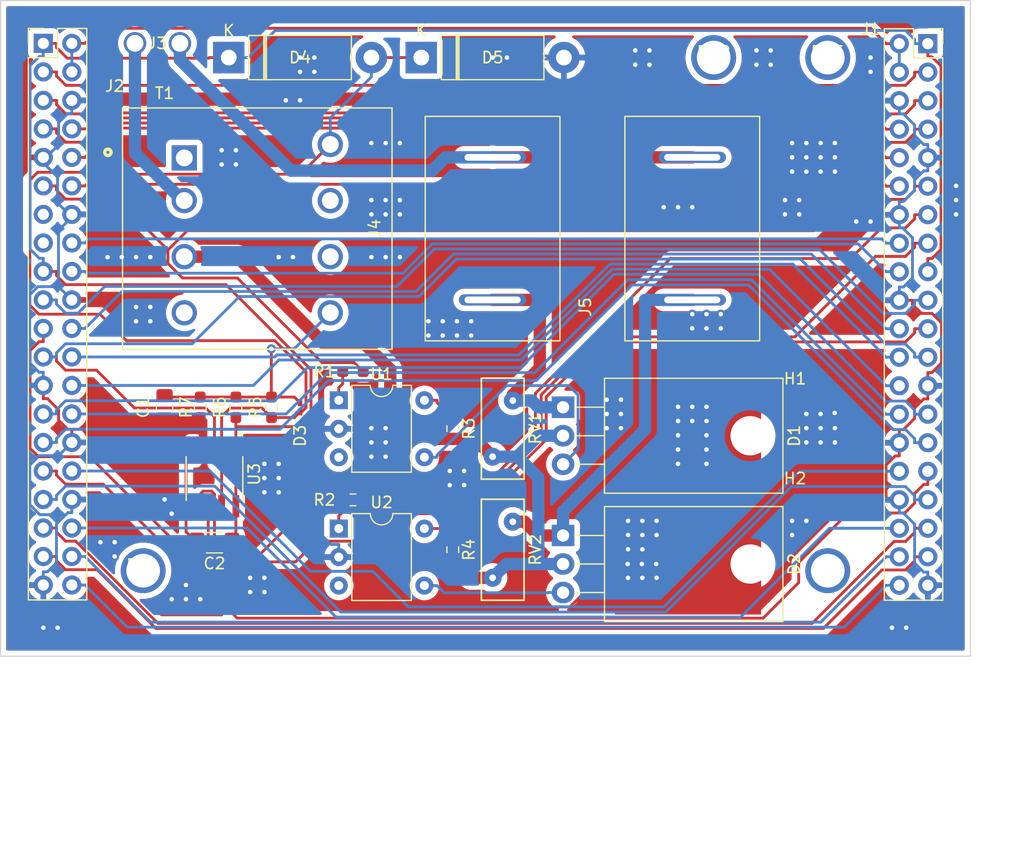
<source format=kicad_pcb>
(kicad_pcb (version 20211014) (generator pcbnew)
  (layers (0 "F.Cu" signal) (31 "B.Cu" signal) (34 "B.Paste" user) (35 "F.Paste" user) (36 "B.SilkS" user "B.Silkscreen") (37 "F.SilkS" user "F.Silkscreen") (38 "B.Mask" user) (39 "F.Mask" user) (44 "Edge.Cuts" user))
  (net 0 "")
  (net 1 "Net-(C1-Pad1)")
  (net 2 "GND")
  (net 3 "+3V3")
  (net 4 "Net-(C2-Pad2)")
  (net 5 "Net-(D1-Pad1)")
  (net 6 "VAC")
  (net 7 "Net-(D1-Pad3)")
  (net 8 "Net-(D2-Pad1)")
  (net 9 "Net-(D2-Pad3)")
  (net 10 "Net-(D3-Pad2)")
  (net 11 "+5V")
  (net 12 "/GPIO2")
  (net 13 "/GPIO3")
  (net 14 "/GPIO4")
  (net 15 "/GPIO14")
  (net 16 "/GPIO15")
  (net 17 "/GPIO17")
  (net 18 "/GPIO18")
  (net 19 "/GPIO27")
  (net 20 "/GPIO22")
  (net 21 "/GPIO23")
  (net 22 "/GPIO24")
  (net 23 "/GPIO10")
  (net 24 "/GPIO9")
  (net 25 "/GPIO25")
  (net 26 "/GPIO11")
  (net 27 "/CE0")
  (net 28 "/CE1")
  (net 29 "/EEPROM_SDA")
  (net 30 "/EEPROM_SCL")
  (net 31 "/GPIO5")
  (net 32 "/USB_DM")
  (net 33 "/GPIO12")
  (net 34 "/USB_DP")
  (net 35 "/FS")
  (net 36 "/GPIO16")
  (net 37 "/GPIO26")
  (net 38 "/DIN")
  (net 39 "/DOUT")
  (net 40 "/GPIO27'")
  (net 41 "/GPIO22'")
  (net 42 "Net-(T1-Pad2)")
  (net 43 "GNDA")
  (net 44 "Net-(R1-Pad2)")
  (net 45 "Net-(R2-Pad2)")
  (net 46 "Net-(R3-Pad1)")
  (net 47 "Net-(R4-Pad1)")
  (footprint "Resistor_SMD:R_0603_1608Metric_Pad0.98x0.95mm_HandSolder" (layer "F.Cu") (at 186.32 59.73 180)
    (fp_text reference "R2")
    (fp_text value "100")
  )
  (footprint "Package_DIP:DIP-5-6_W7.62mm" (layer "F.Cu") (at 185.06 50.855)
    (fp_text reference "U1")
    (fp_text value "TLP561")
  )
  (footprint "locallib:Drill" (layer "F.Cu") (at 218.44 20.32)
    (fp_text reference "DH2")
    (fp_text value "Drill")
  )
  (footprint "Package_TO_SOT_THT:TO-220-3_Horizontal_TabDown" (layer "F.Cu") (at 205.03 51.475 -90)
    (fp_text reference "D1")
    (fp_text value "Q_TRIAC_A1A2G")
  )
  (footprint "Capacitor_SMD:C_0805_2012Metric_Pad1.18x1.45mm_HandSolder" (layer "F.Cu") (at 169.545 51.48 -90)
    (fp_text reference "C1")
    (fp_text value "10u")
  )
  (footprint "locallib:SOIC127P599X175-8N" (layer "F.Cu") (at 173.99 57.83 -90)
    (fp_text reference "U3")
    (fp_text value "ADS7822U")
  )
  (footprint "Resistor_SMD:R_0603_1608Metric_Pad0.98x0.95mm_HandSolder" (layer "F.Cu") (at 186.32 48.3 180)
    (fp_text reference "R1")
    (fp_text value "100")
  )
  (footprint "Resistor_SMD:R_0603_1608Metric_Pad0.98x0.95mm_HandSolder" (layer "F.Cu") (at 179.07 51.48 90)
    (fp_text reference "R5")
    (fp_text value "67")
  )
  (footprint "locallib:AcOutlet" (layer "F.Cu") (at 198.755 35.56 90)
    (fp_text reference "J4")
    (fp_text value "Conn_01x02_Female")
  )
  (footprint "Resistor_SMD:R_0603_1608Metric_Pad0.98x0.95mm_HandSolder" (layer "F.Cu") (at 195.21 64.175 -90)
    (fp_text reference "R4")
    (fp_text value "100")
  )
  (footprint "Resistor_SMD:R_0603_1608Metric_Pad0.98x0.95mm_HandSolder" (layer "F.Cu") (at 195.21 53.38 -90)
    (fp_text reference "R3")
    (fp_text value "100")
  )
  (footprint "Package_TO_SOT_THT:TO-220-3_Horizontal_TabDown" (layer "F.Cu") (at 205.03 62.905 -90)
    (fp_text reference "D2")
    (fp_text value "Q_TRIAC_A1A2G")
  )
  (footprint "locallib:ACinlet" (layer "F.Cu") (at 168.91 19.05)
    (fp_text reference "J3")
    (fp_text value "Conn_01x02_Male")
  )
  (footprint "locallib:heatsink" (layer "F.Cu") (at 216.165 65.445)
    (fp_text reference "H2")
    (fp_text value "heatsink")
  )
  (footprint "Diode_THT:D_5W_P12.70mm_Horizontal" (layer "F.Cu") (at 192.405 20.32)
    (fp_text reference "D5")
    (fp_text value "D")
  )
  (footprint "locallib:AcOutlet" (layer "F.Cu") (at 216.535 35.56 90)
    (fp_text reference "J5")
    (fp_text value "Conn_01x02_Female")
  )
  (footprint "Package_DIP:DIP-5-6_W7.62mm" (layer "F.Cu") (at 185.06 62.285)
    (fp_text reference "U2")
    (fp_text value "TLP561")
  )
  (footprint "locallib:XFMR_CSE185L" (layer "F.Cu") (at 177.8 35.56)
    (fp_text reference "T1")
    (fp_text value "CSE185L")
  )
  (footprint "Diode_SMD:D_0201_0603Metric_Pad0.64x0.40mm_HandSolder" (layer "F.Cu") (at 181.61 51.48 -90)
    (fp_text reference "D3")
    (fp_text value "VS3V3BC1EST15R")
  )
  (footprint "Varistor:RV_Disc_D9mm_W3.8mm_P5mm" (layer "F.Cu") (at 198.755 55.88 90)
    (fp_text reference "RV1")
    (fp_text value "Varistor")
  )
  (footprint "locallib:Drill" (layer "F.Cu") (at 228.6 20.32)
    (fp_text reference "DH5")
    (fp_text value "Drill")
  )
  (footprint "Capacitor_SMD:C_1206_3216Metric_Pad1.33x1.80mm_HandSolder" (layer "F.Cu") (at 173.99 63.545 180)
    (fp_text reference "C2")
    (fp_text value "0.1u")
  )
  (footprint "locallib:heatsink" (layer "F.Cu") (at 216.165 54.015)
    (fp_text reference "H1")
    (fp_text value "heatsink")
  )
  (footprint "locallib:Drill" (layer "F.Cu") (at 228.6 66.04)
    (fp_text reference "DH3")
    (fp_text value "Drill")
  )
  (footprint "Resistor_SMD:R_0603_1608Metric_Pad0.98x0.95mm_HandSolder" (layer "F.Cu") (at 172.72 51.48 -90)
    (fp_text reference "R7")
    (fp_text value "1k")
  )
  (footprint "locallib:Drill" (layer "F.Cu") (at 167.64 66.04)
    (fp_text reference "DH4")
    (fp_text value "Drill")
  )
  (footprint "Varistor:RV_Disc_D9mm_W3.8mm_P5mm" (layer "F.Cu") (at 198.755 66.675 90)
    (fp_text reference "RV2")
    (fp_text value "Varistor")
  )
  (footprint "Connector_PinSocket_2.54mm:PinSocket_2x20_P2.54mm_Vertical" (layer "F.Cu") (at 237.51 19.08)
    (fp_text reference "J1")
    (fp_text value "Conn_02x20_Odd_Even")
  )
  (footprint "Connector_PinHeader_2.54mm:PinHeader_2x20_P2.54mm_Vertical" (layer "F.Cu") (at 158.745 19.055)
    (fp_text reference "J2")
    (fp_text value "Conn_02x20_Odd_Even")
  )
  (footprint "Diode_THT:D_5W_P12.70mm_Horizontal" (layer "F.Cu") (at 175.26 20.32)
    (fp_text reference "D4")
    (fp_text value "D")
  )
  (footprint "Resistor_SMD:R_0603_1608Metric_Pad0.98x0.95mm_HandSolder" (layer "F.Cu") (at 175.895 51.48 90)
    (fp_text reference "R6")
    (fp_text value "1k")
  )
  (gr_rect (start 241.3 73.66) (end 154.94 15.24) (layer "Edge.Cuts") (width 0.1) (fill none))
  (segment (start 179.0523 50.5675) (end 179.0523 46.2696) (width 0.25) (layer "F.Cu") (net 1))
  (segment (start 172.72 50.5675) (end 169.67 50.5675) (width 0.25) (layer "F.Cu") (net 1))
  (segment (start 169.67 50.5675) (end 169.545 50.4425) (width 0.25) (layer "F.Cu") (net 1))
  (segment (start 179.0523 50.5675) (end 175.895 50.5675) (width 0.25) (layer "F.Cu") (net 1))
  (segment (start 179.0523 50.5675) (end 179.07 50.5675) (width 0.25) (layer "F.Cu") (net 1))
  (segment (start 175.895 50.5675) (end 172.72 50.5675) (width 0.25) (layer "F.Cu") (net 1))
  (segment (start 179.07 50.5675) (end 181.105 50.5675) (width 0.25) (layer "F.Cu") (net 1))
  (segment (start 181.105 50.5675) (end 181.61 51.0725) (width 0.25) (layer "F.Cu") (net 1))
  (via (at 179.0523 46.2696) (size 0.8) (drill 0.4) (layers "F.Cu" "B.Cu") (net 1))
  (segment (start 184.3 43.06) (end 181.0904 46.2696) (width 0.25) (layer "B.Cu") (net 1))
  (segment (start 181.0904 46.2696) (end 179.0523 46.2696) (width 0.25) (layer "B.Cu") (net 1))
  (segment (start 160.1097 52.6318) (end 160.1097 51.7076) (width 0.25) (layer "F.Cu") (net 2))
  (segment (start 160.1097 51.7076) (end 159.1124 50.7103) (width 0.25) (layer "F.Cu") (net 2))
  (segment (start 238.7339 43.9647) (end 237.8845 43.1153) (width 0.25) (layer "F.Cu") (net 2))
  (segment (start 236.3347 51.5432) (end 237.1426 50.7353) (width 0.25) (layer "F.Cu") (net 2))
  (segment (start 212.05 65.445) (end 210.78 65.445) (width 0.25) (layer "F.Cu") (net 2))
  (segment (start 237.8773 48.3847) (end 238.7339 47.5281) (width 0.25) (layer "F.Cu") (net 2))
  (segment (start 238.7339 47.5281) (end 238.7339 43.9647) (width 0.25) (layer "F.Cu") (net 2))
  (segment (start 168.6228 53.4397) (end 161.285 53.4397) (width 0.25) (layer "F.Cu") (net 2))
  (segment (start 234.97 54.64) (end 234.97 53.4647) (width 0.25) (layer "F.Cu") (net 2))
  (segment (start 233.7947 56.6233) (end 234.6027 55.8153) (width 0.25) (layer "F.Cu") (net 2))
  (segment (start 186.1853 64.825) (end 190.6262 69.2659) (width 0.25) (layer "F.Cu") (net 2))
  (segment (start 237.8845 43.1153) (end 236.9532 43.1153) (width 0.25) (layer "F.Cu") (net 2))
  (segment (start 159.1124 50.7103) (end 158.745 50.7103) (width 0.25) (layer "F.Cu") (net 2))
  (segment (start 212.7524 65.445) (end 218.2405 59.9569) (width 0.25) (layer "F.Cu") (net 2))
  (segment (start 237.1426 50.7353) (end 237.51 50.7353) (width 0.25) (layer "F.Cu") (net 2))
  (segment (start 234.6027 55.8153) (end 234.97 55.8153) (width 0.25) (layer "F.Cu") (net 2))
  (segment (start 237.51 48.3847) (end 237.8773 48.3847) (width 0.25) (layer "F.Cu") (net 2))
  (segment (start 190.6262 69.2659) (end 205.6383 69.2659) (width 0.25) (layer "F.Cu") (net 2))
  (segment (start 236.1453 42.3074) (end 236.1453 41.94) (width 0.25) (layer "F.Cu") (net 2))
  (segment (start 172.72 54.725) (end 172.72 52.5175) (width 0.25) (layer "F.Cu") (net 2))
  (segment (start 169.545 52.5175) (end 168.6228 53.4397) (width 0.25) (layer "F.Cu") (net 2))
  (segment (start 237.51 49.56) (end 237.51 50.7353) (width 0.25) (layer "F.Cu") (net 2))
  (segment (start 234.97 54.64) (end 234.97 55.8153) (width 0.25) (layer "F.Cu") (net 2))
  (segment (start 217.1388 58.8403) (end 216.165 58.8403) (width 0.25) (layer "F.Cu") (net 2))
  (segment (start 236.9532 43.1153) (end 236.1453 42.3074) (width 0.25) (layer "F.Cu") (net 2))
  (segment (start 218.2405 59.9569) (end 218.2405 59.942) (width 0.25) (layer "F.Cu") (net 2))
  (segment (start 218.2405 59.942) (end 217.1388 58.8403) (width 0.25) (layer "F.Cu") (net 2))
  (segment (start 173.355 55.36) (end 172.72 54.725) (width 0.25) (layer "F.Cu") (net 2))
  (segment (start 235.3374 53.4647) (end 236.3347 52.4674) (width 0.25) (layer "F.Cu") (net 2))
  (segment (start 213.32 65.445) (end 212.7524 65.445) (width 0.25) (layer "F.Cu") (net 2))
  (segment (start 216.165 65.445) (end 213.32 65.445) (width 0.25) (layer "F.Cu") (net 2))
  (segment (start 172.72 52.5175) (end 169.545 52.5175) (width 0.25) (layer "F.Cu") (net 2))
  (segment (start 236.3347 52.4674) (end 236.3347 51.5432) (width 0.25) (layer "F.Cu") (net 2))
  (segment (start 210.78 65.445) (end 209.3397 65.445) (width 0.25) (layer "F.Cu") (net 2))
  (segment (start 218.2405 59.942) (end 233.5727 59.942) (width 0.25) (layer "F.Cu") (net 2))
  (segment (start 216.165 54.015) (end 216.165 58.8403) (width 0.25) (layer "F.Cu") (net 2))
  (segment (start 160.9176 53.4397) (end 160.1097 52.6318) (width 0.25) (layer "F.Cu") (net 2))
  (segment (start 161.285 54.615) (end 161.285 53.4397) (width 0.25) (layer "F.Cu") (net 2))
  (segment (start 234.97 53.4647) (end 235.3374 53.4647) (width 0.25) (layer "F.Cu") (net 2))
  (segment (start 212.7524 65.445) (end 212.05 65.445) (width 0.25) (layer "F.Cu") (net 2))
  (segment (start 237.51 49.56) (end 237.51 48.3847) (width 0.25) (layer "F.Cu") (net 2))
  (segment (start 233.7947 59.72) (end 233.7947 56.6233) (width 0.25) (layer "F.Cu") (net 2))
  (segment (start 158.745 49.535) (end 158.745 50.7103) (width 0.25) (layer "F.Cu") (net 2))
  (segment (start 234.97 59.72) (end 233.7947 59.72) (width 0.25) (layer "F.Cu") (net 2))
  (segment (start 205.6383 69.2659) (end 209.3397 65.5645) (width 0.25) (layer "F.Cu") (net 2))
  (segment (start 234.97 41.94) (end 236.1453 41.94) (width 0.25) (layer "F.Cu") (net 2))
  (segment (start 209.3397 65.5645) (end 209.3397 65.445) (width 0.25) (layer "F.Cu") (net 2))
  (segment (start 233.5727 59.942) (end 233.7947 59.72) (width 0.25) (layer "F.Cu") (net 2))
  (segment (start 185.06 64.825) (end 186.1853 64.825) (width 0.25) (layer "F.Cu") (net 2))
  (segment (start 161.285 53.4397) (end 160.9176 53.4397) (width 0.25) (layer "F.Cu") (net 2))
  (segment (start 172.72 52.5175) (end 172.72 52.3925) (width 0.25) (layer "F.Cu") (net 2))
  (via (at 215.265 52.705) (size 0.8) (drill 0.4) (layers "F.Cu" "B.Cu") (net 2))
  (via (at 229.215344 51.986727) (size 0.8) (drill 0.4) (layers "F.Cu" "B.Cu") (net 2))
  (via (at 182.88 21.59) (size 0.8) (drill 0.4) (layers "F.Cu" "B.Cu") (net 2))
  (via (at 226.695 27.94) (size 0.8) (drill 0.4) (layers "F.Cu" "B.Cu") (net 2))
  (via (at 227.965 30.48) (size 0.8) (drill 0.4) (layers "F.Cu" "B.Cu") (net 2))
  (via (at 170.18 68.58) (size 0.8) (drill 0.4) (layers "F.Cu" "B.Cu") (net 2))
  (via (at 187.96 33.02) (size 0.8) (drill 0.4) (layers "F.Cu" "B.Cu") (net 2))
  (via (at 195.58 45.085) (size 0.8) (drill 0.4) (layers "F.Cu" "B.Cu") (net 2))
  (via (at 232.41 21.59) (size 0.8) (drill 0.4) (layers "F.Cu" "B.Cu") (net 2))
  (via (at 216.535 43.18) (size 0.8) (drill 0.4) (layers "F.Cu" "B.Cu") (net 2))
  (via (at 223.52 20.955) (size 0.8) (drill 0.4) (layers "F.Cu" "B.Cu") (net 2))
  (via (at 217.805 52.705) (size 0.8) (drill 0.4) (layers "F.Cu" "B.Cu") (net 2))
  (via (at 171.45 68.58) (size 0.8) (drill 0.4) (layers "F.Cu" "B.Cu") (net 2))
  (via (at 196.215 57.15) (size 0.8) (drill 0.4) (layers "F.Cu" "B.Cu") (net 2))
  (via (at 212.725 20.955) (size 0.8) (drill 0.4) (layers "F.Cu" "B.Cu") (net 2))
  (via (at 189.23 34.29) (size 0.8) (drill 0.4) (layers "F.Cu" "B.Cu") (net 2))
  (via (at 213.36 62.865) (size 0.8) (drill 0.4) (layers "F.Cu" "B.Cu") (net 2))
  (via (at 217.805 43.18) (size 0.8) (drill 0.4) (layers "F.Cu" "B.Cu") (net 2))
  (via (at 216.535 33.655) (size 0.8) (drill 0.4) (layers "F.Cu" "B.Cu") (net 2))
  (via (at 163.83 63.5) (size 0.8) (drill 0.4) (layers "F.Cu" "B.Cu") (net 2))
  (via (at 219.075 44.45) (size 0.8) (drill 0.4) (layers "F.Cu" "B.Cu") (net 2))
  (via (at 189.23 27.94) (size 0.8) (drill 0.4) (layers "F.Cu" "B.Cu") (net 2))
  (via (at 189.23 38.1) (size 0.8) (drill 0.4) (layers "F.Cu" "B.Cu") (net 2))
  (via (at 167.005 38.1) (size 0.8) (drill 0.4) (layers "F.Cu" "B.Cu") (net 2))
  (via (at 194.31 45.085) (size 0.8) (drill 0.4) (layers "F.Cu" "B.Cu") (net 2))
  (via (at 227.965 53.34) (size 0.8) (drill 0.4) (layers "F.Cu" "B.Cu") (net 2))
  (via (at 210.82 62.865) (size 0.8) (drill 0.4) (layers "F.Cu" "B.Cu") (net 2))
  (via (at 178.435 57.785) (size 0.8) (drill 0.4) (layers "F.Cu" "B.Cu") (net 2))
  (via (at 178.435 66.675) (size 0.8) (drill 0.4) (layers "F.Cu" "B.Cu") (net 2))
  (via (at 210.185 52.07) (size 0.8) (drill 0.4) (layers "F.Cu" "B.Cu") (net 2))
  (via (at 229.235 53.34) (size 0.8) (drill 0.4) (layers "F.Cu" "B.Cu") (net 2))
  (via (at 177.165 66.675) (size 0.8) (drill 0.4) (layers "F.Cu" "B.Cu") (net 2))
  (via (at 189.23 33.02) (size 0.8) (drill 0.4) (layers "F.Cu" "B.Cu") (net 2))
  (via (at 189.23 54.61) (size 0.8) (drill 0.4) (layers "F.Cu" "B.Cu") (net 2))
  (via (at 208.915 53.34) (size 0.8) (drill 0.4) (layers "F.Cu" "B.Cu") (net 2))
  (via (at 190.5 34.29) (size 0.8) (drill 0.4) (layers "F.Cu" "B.Cu") (net 2))
  (via (at 194.31 43.815) (size 0.8) (drill 0.4) (layers "F.Cu" "B.Cu") (net 2))
  (via (at 216.535 52.705) (size 0.8) (drill 0.4) (layers "F.Cu" "B.Cu") (net 2))
  (via (at 226.695 52.07) (size 0.8) (drill 0.4) (layers "F.Cu" "B.Cu") (net 2))
  (via (at 170.18 60.96) (size 0.8) (drill 0.4) (layers "F.Cu" "B.Cu") (net 2))
  (via (at 193.04 45.085) (size 0.8) (drill 0.4) (layers "F.Cu" "B.Cu") (net 2))
  (via (at 165.1 63.5) (size 0.8) (drill 0.4) (layers "F.Cu" "B.Cu") (net 2))
  (via (at 165.1 64.77) (size 0.8) (drill 0.4) (layers "F.Cu" "B.Cu") (net 2))
  (via (at 235.585 71.12) (size 0.8) (drill 0.4) (layers "F.Cu" "B.Cu") (net 2))
  (via (at 195.58 43.815) (size 0.8) (drill 0.4) (layers "F.Cu" "B.Cu") (net 2))
  (via (at 160.02 71.12) (size 0.8) (drill 0.4) (layers "F.Cu" "B.Cu") (net 2))
  (via (at 224.79 33.02) (size 0.8) (drill 0.4) (layers "F.Cu" "B.Cu") (net 2))
  (via (at 194.945 57.15) (size 0.8) (drill 0.4) (layers "F.Cu" "B.Cu") (net 2))
  (via (at 226.695 29.21) (size 0.8) (drill 0.4) (layers "F.Cu" "B.Cu") (net 2))
  (via (at 213.995 33.655) (size 0.8) (drill 0.4) (layers "F.Cu" "B.Cu") (net 2))
  (via (at 179.705 59.055) (size 0.8) (drill 0.4) (layers "F.Cu" "B.Cu") (net 2))
  (via (at 210.78 65.445) (size 0.8) (drill 0.4) (layers "F.Cu" "B.Cu") (net 2))
  (via (at 174.625 28.575) (size 0.8) (drill 0.4) (layers "F.Cu" "B.Cu") (net 2))
  (via (at 175.895 28.575) (size 0.8) (drill 0.4) (layers "F.Cu" "B.Cu") (net 2))
  (via (at 212.09 61.595) (size 0.8) (drill 0.4) (layers "F.Cu" "B.Cu") (net 2))
  (via (at 178.435 56.515) (size 0.8) (drill 0.4) (layers "F.Cu" "B.Cu") (net 2))
  (via (at 224.79 34.29) (size 0.8) (drill 0.4) (layers "F.Cu" "B.Cu") (net 2))
  (via (at 217.805 44.45) (size 0.8) (drill 0.4) (layers "F.Cu" "B.Cu") (net 2))
  (via (at 231.14 34.925) (size 0.8) (drill 0.4) (layers "F.Cu" "B.Cu") (net 2))
  (via (at 169.545 59.69) (size 0.8) (drill 0.4) (layers "F.Cu" "B.Cu") (net 2))
  (via (at 222.25 20.955) (size 0.8) (drill 0.4) (layers "F.Cu" "B.Cu") (net 2))
  (via (at 229.235 27.94) (size 0.8) (drill 0.4) (layers "F.Cu" "B.Cu") (net 2))
  (via (at 189.23 55.88) (size 0.8) (drill 0.4) (layers "F.Cu" "B.Cu") (net 2))
  (via (at 223.52 19.685) (size 0.8) (drill 0.4) (layers "F.Cu" "B.Cu") (net 2))
  (via (at 226.695 53.34) (size 0.8) (drill 0.4) (layers "F.Cu" "B.Cu") (net 2))
  (via (at 215.265 53.975) (size 0.8) (drill 0.4) (layers "F.Cu" "B.Cu") (net 2))
  (via (at 227.965 52.07) (size 0.8) (drill 0.4) (layers "F.Cu" "B.Cu") (net 2))
  (via (at 208.915 52.07) (size 0.8) (drill 0.4) (layers "F.Cu" "B.Cu") (net 2))
  (via (at 215.265 56.515) (size 0.8) (drill 0.4) (layers "F.Cu" "B.Cu") (net 2))
  (via (at 190.5 27.94) (size 0.8) (drill 0.4) (layers "F.Cu" "B.Cu") (net 2))
  (via (at 187.96 27.94) (size 0.8) (drill 0.4) (layers "F.Cu" "B.Cu") (net 2))
  (via (at 229.235 54.61) (size 0.8) (drill 0.4) (layers "F.Cu" "B.Cu") (net 2))
  (via (at 190.5 38.1) (size 0.8) (drill 0.4) (layers "F.Cu" "B.Cu") (net 2))
  (via (at 212.09 62.865) (size 0.8) (drill 0.4) (layers "F.Cu" "B.Cu") (net 2))
  (via (at 168.275 38.1) (size 0.8) (drill 0.4) (layers "F.Cu" "B.Cu") (net 2))
  (via (at 229.235 30.48) (size 0.8) (drill 0.4) (layers "F.Cu" "B.Cu") (net 2))
  (via (at 179.705 57.785) (size 0.8) (drill 0.4) (layers "F.Cu" "B.Cu") (net 2))
  (via (at 215.265 51.435) (size 0.8) (drill 0.4) (layers "F.Cu" "B.Cu") (net 2))
  (via (at 226.695 61.595) (size 0.8) (drill 0.4) (layers "F.Cu" "B.Cu") (net 2))
  (via (at 175.895 29.845) (size 0.8) (drill 0.4) (layers "F.Cu" "B.Cu") (net 2))
  (via (at 187.96 55.88) (size 0.8) (drill 0.4) (layers "F.Cu" "B.Cu") (net 2))
  (via (at 234.315 71.12) (size 0.8) (drill 0.4) (layers "F.Cu" "B.Cu") (net 2))
  (via (at 232.41 20.32) (size 0.8) (drill 0.4) (layers "F.Cu" "B.Cu") (net 2))
  (via (at 168.275 43.815) (size 0.8) (drill 0.4) (layers "F.Cu" "B.Cu") (net 2))
  (via (at 178.435 67.945) (size 0.8) (drill 0.4) (layers "F.Cu" "B.Cu") (net 2))
  (via (at 225.425 30.48) (size 0.8) (drill 0.4) (layers "F.Cu" "B.Cu") (net 2))
  (via (at 211.455 19.685) (size 0.8) (drill 0.4) (layers "F.Cu" "B.Cu") (net 2))
  (via (at 194.945 58.42) (size 0.8) (drill 0.4) (layers "F.Cu" "B.Cu") (net 2))
  (via (at 187.96 34.29) (size 0.8) (drill 0.4) (layers "F.Cu" "B.Cu") (net 2))
  (via (at 225.425 27.94) (size 0.8) (drill 0.4) (layers "F.Cu" "B.Cu") (net 2))
  (via (at 177.165 67.945) (size 0.8) (drill 0.4) (layers "F.Cu" "B.Cu") (net 2))
  (via (at 212.05 65.445) (size 0.8) (drill 0.4) (layers "F.Cu" "B.Cu") (net 2))
  (via (at 211.455 20.955) (size 0.8) (drill 0.4) (layers "F.Cu" "B.Cu") (net 2))
  (via (at 215.265 55.245) (size 0.8) (drill 0.4) (layers "F.Cu" "B.Cu") (net 2))
  (via (at 178.435 59.055) (size 0.8) (drill 0.4) (layers "F.Cu" "B.Cu") (net 2))
  (via (at 227.965 54.61) (size 0.8) (drill 0.4) (layers "F.Cu" "B.Cu") (net 2))
  (via (at 172.72 68.58) (size 0.8) (drill 0.4) (layers "F.Cu" "B.Cu") (net 2))
  (via (at 187.96 53.34) (size 0.8) (drill 0.4) (layers "F.Cu" "B.Cu") (net 2))
  (via (at 164.465 38.1) (size 0.8) (drill 0.4) (layers "F.Cu" "B.Cu") (net 2))
  (via (at 222.25 19.685) (size 0.8) (drill 0.4) (layers "F.Cu" "B.Cu") (net 2))
  (via (at 217.805 51.435) (size 0.8) (drill 0.4) (layers "F.Cu" "B.Cu") (net 2))
  (via (at 212.725 19.685) (size 0.8) (drill 0.4) (layers "F.Cu" "B.Cu") (net 2))
  (via (at 240.03 31.75) (size 0.8) (drill 0.4) (layers "F.Cu" "B.Cu") (net 2))
  (via (at 226.06 34.29) (size 0.8) (drill 0.4) (layers "F.Cu" "B.Cu") (net 2))
  (via (at 187.96 38.1) (size 0.8) (drill 0.4) (layers "F.Cu" "B.Cu") (net 2))
  (via (at 189.23 53.34) (size 0.8) (drill 0.4) (layers "F.Cu" "B.Cu") (net 2))
  (via (at 167.005 42.545) (size 0.8) (drill 0.4) (layers "F.Cu" "B.Cu") (net 2))
  (via (at 215.265 33.655) (size 0.8) (drill 0.4) (layers "F.Cu" "B.Cu") (net 2))
  (via (at 208.915 50.8) (size 0.8) (drill 0.4) (layers "F.Cu" "B.Cu") (net 2))
  (via (at 226.06 33.02) (size 0.8) (drill 0.4) (layers "F.Cu" "B.Cu") (net 2))
  (via (at 193.04 43.815) (size 0.8) (drill 0.4) (layers "F.Cu" "B.Cu") (net 2))
  (via (at 217.805 53.975) (size 0.8) (drill 0.4) (layers "F.Cu" "B.Cu") (net 2))
  (via (at 174.625 29.845) (size 0.8) (drill 0.4) (layers "F.Cu" "B.Cu") (net 2))
  (via (at 226.695 54.61) (size 0.8) (drill 0.4) (layers "F.Cu" "B.Cu") (net 2))
  (via (at 181.61 21.59) (size 0.8) (drill 0.4) (layers "F.Cu" "B.Cu") (net 2))
  (via (at 158.75 71.12) (size 0.8) (drill 0.4) (layers "F.Cu" "B.Cu") (net 2))
  (via (at 216.535 44.45) (size 0.8) (drill 0.4) (layers "F.Cu" "B.Cu") (net 2))
  (via (at 213.32 65.445) (size 0.8) (drill 0.4) (layers "F.Cu" "B.Cu") (net 2))
  (via (at 210.82 66.675) (size 0.8) (drill 0.4) (layers "F.Cu" "B.Cu") (net 2))
  (via (at 227.965 29.21) (size 0.8) (drill 0.4) (layers "F.Cu" "B.Cu") (net 2))
  (via (at 227.965 27.94) (size 0.8) (drill 0.4) (layers "F.Cu" "B.Cu") (net 2))
  (via (at 181.61 20.32) (size 0.8) (drill 0.4) (layers "F.Cu" "B.Cu") (net 2))
  (via (at 200.025 20.32) (size 0.8) (drill 0.4) (layers "F.Cu" "B.Cu") (net 2))
  (via (at 217.805 55.245) (size 0.8) (drill 0.4) (layers "F.Cu" "B.Cu") (net 2))
  (via (at 165.735 38.1) (size 0.8) (drill 0.4) (layers "F.Cu" "B.Cu") (net 2))
  (via (at 210.185 53.34) (size 0.8) (drill 0.4) (layers "F.Cu" "B.Cu") (net 2))
  (via (at 225.425 29.21) (size 0.8) (drill 0.4) (layers "F.Cu" "B.Cu") (net 2))
  (via (at 212.09 66.675) (size 0.8) (drill 0.4) (layers "F.Cu" "B.Cu") (net 2))
  (via (at 180.34 24.13) (size 0.8) (drill 0.4) (layers "F.Cu" "B.Cu") (net 2))
  (via (at 210.82 64.135) (size 0.8) (drill 0.4) (layers "F.Cu" "B.Cu") (net 2))
  (via (at 225.425 62.865) (size 0.8) (drill 0.4) (layers "F.Cu" "B.Cu") (net 2))
  (via (at 219.075 43.18) (size 0.8) (drill 0.4) (layers "F.Cu" "B.Cu") (net 2))
  (via (at 171.45 67.31) (size 0.8) (drill 0.4) (layers "F.Cu" "B.Cu") (net 2))
  (via (at 168.275 42.545) (size 0.8) (drill 0.4) (layers "F.Cu" "B.Cu") (net 2))
  (via (at 240.03 33.02) (size 0.8) (drill 0.4) (layers "F.Cu" "B.Cu") (net 2))
  (via (at 210.185 50.8) (size 0.8) (drill 0.4) (layers "F.Cu" "B.Cu") (net 2))
  (via (at 182.88 20.32) (size 0.8) (drill 0.4) (layers "F.Cu" "B.Cu") (net 2))
  (via (at 198.755 20.32) (size 0.8) (drill 0.4) (layers "F.Cu" "B.Cu") (net 2))
  (via (at 232.41 34.925) (size 0.8) (drill 0.4) (layers "F.Cu" "B.Cu") (net 2))
  (via (at 196.85 45.085) (size 0.8) (drill 0.4) (layers "F.Cu" "B.Cu") (net 2))
  (via (at 190.5 33.02) (size 0.8) (drill 0.4) (layers "F.Cu" "B.Cu") (net 2))
  (via (at 196.215 58.42) (size 0.8) (drill 0.4) (layers "F.Cu" "B.Cu") (net 2))
  (via (at 216.535 51.435) (size 0.8) (drill 0.4) (layers "F.Cu" "B.Cu") (net 2))
  (via (at 196.85 43.815) (size 0.8) (drill 0.4) (layers "F.Cu" "B.Cu") (net 2))
  (via (at 179.705 56.515) (size 0.8) (drill 0.4) (layers "F.Cu" "B.Cu") (net 2))
  (via (at 213.36 61.595) (size 0.8) (drill 0.4) (layers "F.Cu" "B.Cu") (net 2))
  (via (at 212.09 64.135) (size 0.8) (drill 0.4) (layers "F.Cu" "B.Cu") (net 2))
  (via (at 217.805 56.515) (size 0.8) (drill 0.4) (layers "F.Cu" "B.Cu") (net 2))
  (via (at 213.36 66.675) (size 0.8) (drill 0.4) (layers "F.Cu" "B.Cu") (net 2))
  (via (at 181.61 24.13) (size 0.8) (drill 0.4) (layers "F.Cu" "B.Cu") (net 2))
  (via (at 225.425 61.595) (size 0.8) (drill 0.4) (layers "F.Cu" "B.Cu") (net 2))
  (via (at 167.005 43.815) (size 0.8) (drill 0.4) (layers "F.Cu" "B.Cu") (net 2))
  (via (at 229.235 29.21) (size 0.8) (drill 0.4) (layers "F.Cu" "B.Cu") (net 2))
  (via (at 179.705 38.1) (size 0.8) (drill 0.4) (layers "F.Cu" "B.Cu") (net 2))
  (via (at 240.03 34.29) (size 0.8) (drill 0.4) (layers "F.Cu" "B.Cu") (net 2))
  (via (at 180.975 38.1) (size 0.8) (drill 0.4) (layers "F.Cu" "B.Cu") (net 2))
  (via (at 210.82 61.595) (size 0.8) (drill 0.4) (layers "F.Cu" "B.Cu") (net 2))
  (via (at 187.96 54.61) (size 0.8) (drill 0.4) (layers "F.Cu" "B.Cu") (net 2))
  (via (at 226.695 30.48) (size 0.8) (drill 0.4) (layers "F.Cu" "B.Cu") (net 2))
  (segment (start 158.745 48.3597) (end 158.3777 48.3597) (width 0.25) (layer "B.Cu") (net 2))
  (segment (start 160.015 30.9711) (end 158.745 29.7011) (width 0.25) (layer "B.Cu") (net 2))
  (segment (start 158.745 67.315) (end 158.745 66.1397) (width 0.25) (layer "B.Cu") (net 2))
  (segment (start 237.51 29.24) (end 237.51 30.4153) (width 0.25) (layer "B.Cu") (net 2))
  (segment (start 236.3347 65.3568) (end 237.1426 66.1647) (width 0.25) (layer "B.Cu") (net 2))
  (segment (start 234.97 33.7323) (end 234.97 34.32) (width 0.25) (layer "B.Cu") (net 2))
  (segment (start 160.024 61.7739) (end 159.2985 61.0485) (width 0.25) (layer "B.Cu") (net 2))
  (segment (start 185.06 64.825) (end 185.06 63.6997) (width 0.25) (layer "B.Cu") (net 2))
  (segment (start 234.97 59.72) (end 234.97 60.8953) (width 0.25) (layer "B.Cu") (net 2))
  (segment (start 237.1426 30.4153) (end 236.3347 31.2232) (width 0.25) (layer "B.Cu") (net 2))
  (segment (start 158.3863 55.7904) (end 160.1096 55.7904) (width 0.25) (layer "B.Cu") (net 2))
  (segment (start 184.3567 63.6997) (end 182.7147 62.0577) (width 0.25) (layer "B.Cu") (net 2))
  (segment (start 160.1097 26.1182) (end 160.9176 25.3103) (width 0.25) (layer "B.Cu") (net 2))
  (segment (start 237.1426 66.1647) (end 237.51 66.1647) (width 0.25) (layer "B.Cu") (net 2))
  (segment (start 161.285 34.295) (end 161.285 34.538) (width 0.25) (layer "B.Cu") (net 2))
  (segment (start 158.745 66.1397) (end 159.1124 66.1397) (width 0.25) (layer "B.Cu") (net 2))
  (segment (start 160.1096 55.7904) (end 161.285 54.615) (width 0.25) (layer "B.Cu") (net 2))
  (segment (start 160.1097 28.0933) (end 160.1097 26.1182) (width 0.25) (layer "B.Cu") (net 2))
  (segment (start 234.97 60.8953) (end 235.3374 60.8953) (width 0.25) (layer "B.Cu") (net 2))
  (segment (start 236.3347 61.8926) (end 236.3347 65.3568) (width 0.25) (layer "B.Cu") (net 2))
  (segment (start 158.3777 48.3597) (end 157.5308 47.5128) (width 0.25) (layer "B.Cu") (net 2))
  (segment (start 234.97 33.7323) (end 234.97 33.1447) (width 0.25) (layer "B.Cu") (net 2))
  (segment (start 237.51 29.24) (end 237.51 28.0647) (width 0.25) (layer "B.Cu") (net 2))
  (segment (start 182.7147 54.615) (end 183.9347 53.395) (width 0.25) (layer "B.Cu") (net 2))
  (segment (start 236.3347 27.2568) (end 237.1426 28.0647) (width 0.25) (layer "B.Cu") (net 2))
  (segment (start 235.3374 25.3353) (end 236.3347 26.3326) (width 0.25) (layer "B.Cu") (net 2))
  (segment (start 161.285 24.135) (end 161.285 25.3103) (width 0.25) (layer "B.Cu") (net 2))
  (segment (start 236.3347 26.3326) (end 236.3347 27.2568) (width 0.25) (layer "B.Cu") (net 2))
  (segment (start 160.9176 25.3103) (end 161.285 25.3103) (width 0.25) (layer "B.Cu") (net 2))
  (segment (start 237.51 67.34) (end 237.51 66.1647) (width 0.25) (layer "B.Cu") (net 2))
  (segment (start 236.3347 31.2232) (end 236.3347 32.1474) (width 0.25) (layer "B.Cu") (net 2))
  (segment (start 234.97 24.16) (end 234.97 25.3353) (width 0.25) (layer "B.Cu") (net 2))
  (segment (start 159.9203 65.3318) (end 159.9203 61.8776) (width 0.25) (layer "B.Cu") (net 2))
  (segment (start 159.2985 61.0485) (end 158.436 61.0485) (width 0.25) (layer "B.Cu") (net 2))
  (segment (start 185.06 63.6997) (end 184.3567 63.6997) (width 0.25) (layer "B.Cu") (net 2))
  (segment (start 234.97 34.32) (end 234.97 35.4953) (width 0.25) (layer "B.Cu") (net 2))
  (segment (start 206.8303 20.32) (end 210.6703 24.16) (width 0.25) (layer "B.Cu") (net 2))
  (segment (start 235.3374 60.8953) (end 236.3347 61.8926) (width 0.25) (layer "B.Cu") (net 2))
  (segment (start 236.1453 39.9568) (end 235.3374 40.7647) (width 0.25) (layer "B.Cu") (net 2))
  (segment (start 161.285 34.538) (end 160.015 33.268) (width 0.25) (layer "B.Cu") (net 2))
  (segment (start 185.06 53.395) (end 183.9347 53.395) (width 0.25) (layer "B.Cu") (net 2))
  (segment (start 205.105 20.32) (end 206.8303 20.32) (width 0.25) (layer "B.Cu") (net 2))
  (segment (start 235.3374 40.7647) (end 234.97 40.7647) (width 0.25) (layer "B.Cu") (net 2))
  (segment (start 234.97 35.4953) (end 235.2701 35.4953) (width 0.25) (layer "B.Cu") (net 2))
  (segment (start 160.024 61.7739) (end 160.9276 60.8703) (width 0.25) (layer "B.Cu") (net 2))
  (segment (start 159.9203 61.8776) (end 160.024 61.7739) (width 0.25) (layer "B.Cu") (net 2))
  (segment (start 234.97 41.94) (end 234.97 40.7647) (width 0.25) (layer "B.Cu") (net 2))
  (segment (start 158.745 29.215) (end 158.745 29.458) (width 0.25) (layer "B.Cu") (net 2))
  (segment (start 160.0992 40.7292) (end 161.285 41.915) (width 0.25) (layer "B.Cu") (net 2))
  (segment (start 161.285 59.695) (end 161.285 60.8703) (width 0.25) (layer "B.Cu") (net 2))
  (segment (start 182.7147 62.0577) (end 182.7147 54.615) (width 0.25) (layer "B.Cu") (net 2))
  (segment (start 159.1124 66.1397) (end 159.9203 65.3318) (width 0.25) (layer "B.Cu") (net 2))
  (segment (start 237.1426 28.0647) (end 237.51 28.0647) (width 0.25) (layer "B.Cu") (net 2))
  (segment (start 157.5437 60.1562) (end 157.5437 56.633) (width 0.25) (layer "B.Cu") (net 2))
  (segment (start 158.2671 40.7292) (end 160.0992 40.7292) (width 0.25) (layer "B.Cu") (net 2))
  (segment (start 157.5308 47.5128) (end 157.5308 41.4655) (width 0.25) (layer "B.Cu") (net 2))
  (segment (start 161.285 54.615) (end 182.7147 54.615) (width 0.25) (layer "B.Cu") (net 2))
  (segment (start 160.9276 60.8703) (end 161.285 60.8703) (width 0.25) (layer "B.Cu") (net 2))
  (segment (start 235.3374 33.1447) (end 234.97 33.1447) (width 0.25) (layer "B.Cu") (net 2))
  (segment (start 234.97 25.3353) (end 235.3374 25.3353) (width 0.25) (layer "B.Cu") (net 2))
  (segment (start 236.3347 32.1474) (end 235.3374 33.1447) (width 0.25) (layer "B.Cu") (net 2))
  (segment (start 157.5308 41.4655) (end 158.2671 40.7292) (width 0.25) (layer "B.Cu") (net 2))
  (segment (start 158.745 29.458) (end 158.745 29.7011) (width 0.25) (layer "B.Cu") (net 2))
  (segment (start 236.1453 36.3705) (end 236.1453 39.9568) (width 0.25) (layer "B.Cu") (net 2))
  (segment (start 158.745 29.458) (end 160.1097 28.0933) (width 0.25) (layer "B.Cu") (net 2))
  (segment (start 160.015 33.268) (end 160.015 30.9711) (width 0.25) (layer "B.Cu") (net 2))
  (segment (start 157.5437 56.633) (end 158.3863 55.7904) (width 0.25) (layer "B.Cu") (net 2))
  (segment (start 237.51 30.4153) (end 237.1426 30.4153) (width 0.25) (layer "B.Cu") (net 2))
  (segment (start 158.436 61.0485) (end 157.5437 60.1562) (width 0.25) (layer "B.Cu") (net 2))
  (segment (start 235.2701 35.4953) (end 236.1453 36.3705) (width 0.25) (layer "B.Cu") (net 2))
  (segment (start 160.0992 35.7238) (end 161.285 34.538) (width 0.25) (layer "B.Cu") (net 2))
  (segment (start 160.0992 40.7292) (end 160.0992 35.7238) (width 0.25) (layer "B.Cu") (net 2))
  (segment (start 158.745 49.535) (end 158.745 48.3597) (width 0.25) (layer "B.Cu") (net 2))
  (segment (start 210.6703 24.16) (end 234.97 24.16) (width 0.25) (layer "B.Cu") (net 2))
  (segment (start 159.9203 39.7424) (end 159.9203 39.375) (width 0.25) (layer "F.Cu") (net 3))
  (segment (start 237.51 20.2553) (end 237.8773 20.2553) (width 0.25) (layer "F.Cu") (net 3))
  (segment (start 175.0074 40.5503) (end 160.7282 40.5503) (width 0.25) (layer "F.Cu") (net 3))
  (segment (start 159.9203 19.4223) (end 160.8734 20.3754) (width 0.25) (layer "F.Cu") (net 3))
  (segment (start 175.895 55.36) (end 175.895 53.2076) (width 0.25) (layer "F.Cu") (net 3))
  (segment (start 160.7282 40.5503) (end 159.9203 39.7424) (width 0.25) (layer "F.Cu") (net 3))
  (segment (start 237.51 39.4) (end 237.51 38.2247) (width 0.25) (layer "F.Cu") (net 3))
  (segment (start 237.8773 20.2553) (end 238.6853 21.0633) (width 0.25) (layer "F.Cu") (net 3))
  (segment (start 159.9203 19.055) (end 159.9203 19.4223) (width 0.25) (layer "F.Cu") (net 3))
  (segment (start 175.26 20.32) (end 173.5347 20.32) (width 0.25) (layer "F.Cu") (net 3))
  (segment (start 175.895 53.2076) (end 175.895 52.3925) (width 0.25) (layer "F.Cu") (net 3))
  (segment (start 237.8774 38.2247) (end 237.51 38.2247) (width 0.25) (layer "F.Cu") (net 3))
  (segment (start 173.4793 20.3754) (end 173.5347 20.32) (width 0.25) (layer "F.Cu") (net 3))
  (segment (start 237.51 19.08) (end 237.51 20.2553) (width 0.25) (layer "F.Cu") (net 3))
  (segment (start 175.895 55.36) (end 175.895 60.3) (width 0.25) (layer "F.Cu") (net 3))
  (segment (start 175.895 60.3) (end 175.895 63.2025) (width 0.25) (layer "F.Cu") (net 3))
  (segment (start 182.5861 51.8639) (end 182.5861 48.129) (width 0.25) (layer "F.Cu") (net 3))
  (segment (start 238.6853 21.0633) (end 238.6853 37.4168) (width 0.25) (layer "F.Cu") (net 3))
  (segment (start 175.895 53.2076) (end 181.2424 53.2076) (width 0.25) (layer "F.Cu") (net 3))
  (segment (start 158.745 39.375) (end 159.9203 39.375) (width 0.25) (layer "F.Cu") (net 3))
  (segment (start 175.895 63.2025) (end 175.5525 63.545) (width 0.25) (layer "F.Cu") (net 3))
  (segment (start 160.8734 20.3754) (end 173.4793 20.3754) (width 0.25) (layer "F.Cu") (net 3))
  (segment (start 238.6853 37.4168) (end 237.8774 38.2247) (width 0.25) (layer "F.Cu") (net 3))
  (segment (start 181.2424 53.2076) (end 182.5861 51.8639) (width 0.25) (layer "F.Cu") (net 3))
  (segment (start 182.5861 48.129) (end 175.0074 40.5503) (width 0.25) (layer "F.Cu") (net 3))
  (segment (start 158.745 19.055) (end 159.9203 19.055) (width 0.25) (layer "F.Cu") (net 3))
  (segment (start 175.26 20.32) (end 176.9853 20.32) (width 0.25) (layer "B.Cu") (net 3))
  (segment (start 158.3777 38.1997) (end 157.5697 37.3917) (width 0.25) (layer "B.Cu") (net 3))
  (segment (start 157.5697 37.3917) (end 157.5697 21.0382) (width 0.25) (layer "B.Cu") (net 3))
  (segment (start 237.51 19.08) (end 236.3347 19.08) (width 0.25) (layer "B.Cu") (net 3))
  (segment (start 157.5697 21.0382) (end 158.3776 20.2303) (width 0.25) (layer "B.Cu") (net 3))
  (segment (start 158.745 39.375) (end 158.745 38.1997) (width 0.25) (layer "B.Cu") (net 3))
  (segment (start 158.3776 20.2303) (end 158.745 20.2303) (width 0.25) (layer "B.Cu") (net 3))
  (segment (start 235.5268 17.9047) (end 236.3347 18.7126) (width 0.25) (layer "B.Cu") (net 3))
  (segment (start 236.3347 18.7126) (end 236.3347 19.08) (width 0.25) (layer "B.Cu") (net 3))
  (segment (start 158.745 38.1997) (end 158.3777 38.1997) (width 0.25) (layer "B.Cu") (net 3))
  (segment (start 158.745 19.055) (end 158.745 20.2303) (width 0.25) (layer "B.Cu") (net 3))
  (segment (start 179.4006 17.9047) (end 235.5268 17.9047) (width 0.25) (layer "B.Cu") (net 3))
  (segment (start 176.9853 20.32) (end 179.4006 17.9047) (width 0.25) (layer "B.Cu") (net 3))
  (segment (start 171.4573 62.5748) (end 171.4573 55.9877) (width 0.25) (layer "F.Cu") (net 4))
  (segment (start 171.4573 55.9877) (end 172.085 55.36) (width 0.25) (layer "F.Cu") (net 4))
  (segment (start 172.4275 63.545) (end 171.4573 62.5748) (width 0.25) (layer "F.Cu") (net 4))
  (segment (start 198.755 41.91) (end 202.9553 41.91) (width 1.1) (layer "F.Cu") (net 5))
  (segment (start 200.555 50.3813) (end 200.555 50.88) (width 1.1) (layer "F.Cu") (net 5))
  (segment (start 202.9553 47.981) (end 200.555 50.3813) (width 1.1) (layer "F.Cu") (net 5))
  (segment (start 202.9553 41.91) (end 202.9553 47.981) (width 1.1) (layer "F.Cu") (net 5))
  (segment (start 205.03 51.475) (end 202.8297 51.475) (width 1.1) (layer "B.Cu") (net 5))
  (segment (start 200.555 50.88) (end 202.2347 50.88) (width 1.1) (layer "B.Cu") (net 5))
  (segment (start 202.2347 50.88) (end 202.8297 51.475) (width 1.1) (layer "B.Cu") (net 5))
  (segment (start 198.755 55.88) (end 197.1675 54.2925) (width 1.1) (layer "F.Cu") (net 6))
  (segment (start 193.7304 54.1563) (end 193.8666 54.2925) (width 1.1) (layer "F.Cu") (net 6))
  (segment (start 193.1461 53.6632) (end 193.6392 54.1563) (width 0.9516) (layer "F.Cu") (net 6))
  (segment (start 183.7617 45.8148) (end 176.0069 38.06) (width 1.1) (layer "F.Cu") (net 6))
  (segment (start 176.0069 38.06) (end 171.3 38.06) (width 1.1) (layer "F.Cu") (net 6))
  (segment (start 198.755 66.675) (end 196.7975 66.675) (width 1.1) (layer "F.Cu") (net 6))
  (segment (start 193.6392 54.1563) (end 193.7304 54.1563) (width 0.9516) (layer "F.Cu") (net 6))
  (segment (start 193.1461 53.6632) (end 192.6001 53.6632) (width 1.1) (layer "F.Cu") (net 6))
  (segment (start 196.7975 66.675) (end 195.21 65.0875) (width 1.1) (layer "F.Cu") (net 6))
  (segment (start 193.8666 54.2925) (end 195.21 54.2925) (width 1.1) (layer "F.Cu") (net 6))
  (segment (start 197.1675 54.2925) (end 195.21 54.2925) (width 1.1) (layer "F.Cu") (net 6))
  (segment (start 189.642 48.1134) (end 187.3434 45.8148) (width 1.1) (layer "F.Cu") (net 6))
  (segment (start 187.3434 45.8148) (end 183.7617 45.8148) (width 1.1) (layer "F.Cu") (net 6))
  (segment (start 192.6001 53.6632) (end 189.642 50.7051) (width 1.1) (layer "F.Cu") (net 6))
  (segment (start 189.642 50.7051) (end 189.642 48.1134) (width 1.1) (layer "F.Cu") (net 6))
  (segment (start 202.8297 57.745) (end 202.8297 65.445) (width 1.1) (layer "B.Cu") (net 6))
  (segment (start 205.03 65.445) (end 202.8297 65.445) (width 1.1) (layer "B.Cu") (net 6))
  (segment (start 200.9647 55.88) (end 202.8297 57.745) (width 1.1) (layer "B.Cu") (net 6))
  (segment (start 200.9647 55.88) (end 198.755 55.88) (width 1.1) (layer "B.Cu") (net 6))
  (segment (start 198.755 66.675) (end 199.985 65.445) (width 1.1) (layer "B.Cu") (net 6))
  (segment (start 205.03 54.015) (end 202.8297 54.015) (width 1.1) (layer "B.Cu") (net 6))
  (segment (start 202.8297 54.015) (end 200.9647 55.88) (width 1.1) (layer "B.Cu") (net 6))
  (segment (start 199.985 65.445) (end 202.8297 65.445) (width 1.1) (layer "B.Cu") (net 6))
  (segment (start 193.8053 55.935) (end 193.8053 55.7501) (width 0.25) (layer "B.Cu") (net 7))
  (segment (start 206.368 55.217) (end 205.03 56.555) (width 0.25) (layer "B.Cu") (net 7))
  (segment (start 193.8053 55.7501) (end 200.0112 49.5442) (width 0.25) (layer "B.Cu") (net 7))
  (segment (start 192.68 55.935) (end 193.8053 55.935) (width 0.25) (layer "B.Cu") (net 7))
  (segment (start 206.368 50.3764) (end 206.368 55.217) (width 0.25) (layer "B.Cu") (net 7))
  (segment (start 200.0112 49.5442) (end 205.5358 49.5442) (width 0.25) (layer "B.Cu") (net 7))
  (segment (start 205.5358 49.5442) (end 206.368 50.3764) (width 0.25) (layer "B.Cu") (net 7))
  (segment (start 202.8297 62.905) (end 201.5997 61.675) (width 1.1) (layer "F.Cu") (net 8))
  (segment (start 205.03 62.905) (end 202.8297 62.905) (width 1.1) (layer "F.Cu") (net 8))
  (segment (start 201.5997 61.675) (end 200.555 61.675) (width 1.1) (layer "F.Cu") (net 8))
  (segment (start 205.03 62.905) (end 205.03 60.7522) (width 1.1) (layer "B.Cu") (net 8))
  (segment (start 216.535 41.91) (end 212.3347 41.91) (width 1.1) (layer "B.Cu") (net 8))
  (segment (start 212.3347 53.4475) (end 212.3347 41.91) (width 1.1) (layer "B.Cu") (net 8))
  (segment (start 205.03 60.7522) (end 212.3347 53.4475) (width 1.1) (layer "B.Cu") (net 8))
  (segment (start 203.6837 68.006) (end 203.7047 67.985) (width 0.25) (layer "B.Cu") (net 9))
  (segment (start 192.68 67.365) (end 193.8053 67.365) (width 0.25) (layer "B.Cu") (net 9))
  (segment (start 194.4463 68.006) (end 203.6837 68.006) (width 0.25) (layer "B.Cu") (net 9))
  (segment (start 193.8053 67.365) (end 194.4463 68.006) (width 0.25) (layer "B.Cu") (net 9))
  (segment (start 205.03 67.985) (end 203.7047 67.985) (width 0.25) (layer "B.Cu") (net 9))
  (segment (start 179.07 52.3925) (end 181.105 52.3925) (width 0.25) (layer "F.Cu") (net 10))
  (segment (start 163.7957 43.185) (end 158.3478 43.185) (width 0.25) (layer "F.Cu") (net 10))
  (segment (start 182.1358 51.5105) (end 182.1358 48.3156) (width 0.25) (layer "F.Cu") (net 10))
  (segment (start 157.5459 31.2355) (end 158.2401 30.5413) (width 0.25) (layer "F.Cu") (net 10))
  (segment (start 175.3915 51.5484) (end 174.625 52.3149) (width 0.25) (layer "F.Cu") (net 10))
  (segment (start 166.1517 45.541) (end 163.7957 43.185) (width 0.25) (layer "F.Cu") (net 10))
  (segment (start 182.1358 48.3156) (end 179.3612 45.541) (width 0.25) (layer "F.Cu") (net 10))
  (segment (start 162.4604 30.7104) (end 181.6496 30.7104) (width 0.25) (layer "F.Cu") (net 10))
  (segment (start 179.07 52.3925) (end 178.2259 51.5484) (width 0.25) (layer "F.Cu") (net 10))
  (segment (start 181.61 51.8875) (end 181.7588 51.8875) (width 0.25) (layer "F.Cu") (net 10))
  (segment (start 187.96 20.32) (end 192.405 20.32) (width 0.25) (layer "F.Cu") (net 10))
  (segment (start 178.2259 51.5484) (end 175.3915 51.5484) (width 0.25) (layer "F.Cu") (net 10))
  (segment (start 181.105 52.3925) (end 181.61 51.8875) (width 0.25) (layer "F.Cu") (net 10))
  (segment (start 158.2401 30.5413) (end 162.2913 30.5413) (width 0.25) (layer "F.Cu") (net 10))
  (segment (start 181.7588 51.8875) (end 182.1358 51.5105) (width 0.25) (layer "F.Cu") (net 10))
  (segment (start 162.2913 30.5413) (end 162.4604 30.7104) (width 0.25) (layer "F.Cu") (net 10))
  (segment (start 157.5459 42.3831) (end 157.5459 31.2355) (width 0.25) (layer "F.Cu") (net 10))
  (segment (start 158.3478 43.185) (end 157.5459 42.3831) (width 0.25) (layer "F.Cu") (net 10))
  (segment (start 181.6496 30.7104) (end 184.3 28.06) (width 0.25) (layer "F.Cu") (net 10))
  (segment (start 174.625 52.3149) (end 174.625 55.36) (width 0.25) (layer "F.Cu") (net 10))
  (segment (start 179.3612 45.541) (end 166.1517 45.541) (width 0.25) (layer "F.Cu") (net 10))
  (segment (start 187.96 22.0453) (end 184.3 25.7053) (width 0.25) (layer "B.Cu") (net 10))
  (segment (start 187.96 20.32) (end 187.96 22.0453) (width 0.25) (layer "B.Cu") (net 10))
  (segment (start 184.3 25.7053) (end 184.3 28.06) (width 0.25) (layer "B.Cu") (net 10))
  (segment (start 234.97 19.08) (end 233.7947 19.08) (width 0.25) (layer "F.Cu") (net 11))
  (segment (start 162.4603 19.055) (end 163.805 17.7103) (width 0.25) (layer "F.Cu") (net 11))
  (segment (start 163.805 17.7103) (end 232.425 17.7103) (width 0.25) (layer "F.Cu") (net 11))
  (segment (start 232.425 17.7103) (end 233.7947 19.08) (width 0.25) (layer "F.Cu") (net 11))
  (segment (start 161.285 19.055) (end 162.4603 19.055) (width 0.25) (layer "F.Cu") (net 11))
  (segment (start 234.97 21.62) (end 234.97 19.08) (width 0.25) (layer "B.Cu") (net 11))
  (segment (start 161.285 21.595) (end 161.285 19.055) (width 0.25) (layer "B.Cu") (net 11))
  (segment (start 158.745 21.595) (end 159.9203 21.595) (width 0.25) (layer "F.Cu") (net 12))
  (segment (start 159.9203 21.595) (end 159.9203 21.9623) (width 0.25) (layer "F.Cu") (net 12))
  (segment (start 160.7533 22.7953) (end 235.5268 22.7953) (width 0.25) (layer "F.Cu") (net 12))
  (segment (start 235.5268 22.7953) (end 236.3347 21.9874) (width 0.25) (layer "F.Cu") (net 12))
  (segment (start 236.3347 21.9874) (end 236.3347 21.62) (width 0.25) (layer "F.Cu") (net 12))
  (segment (start 237.51 21.62) (end 236.3347 21.62) (width 0.25) (layer "F.Cu") (net 12))
  (segment (start 159.9203 21.9623) (end 160.7533 22.7953) (width 0.25) (layer "F.Cu") (net 12))
  (segment (start 236.3347 24.5274) (end 235.5268 25.3353) (width 0.25) (layer "F.Cu") (net 13))
  (segment (start 237.51 24.16) (end 236.3347 24.16) (width 0.25) (layer "F.Cu") (net 13))
  (segment (start 159.9203 24.5023) (end 159.9203 24.135) (width 0.25) (layer "F.Cu") (net 13))
  (segment (start 233.6192 25.2507) (end 163.6512 25.2507) (width 0.25) (layer "F.Cu") (net 13))
  (segment (start 233.7038 25.3353) (end 233.6192 25.2507) (width 0.25) (layer "F.Cu") (net 13))
  (segment (start 236.3347 24.16) (end 236.3347 24.5274) (width 0.25) (layer "F.Cu") (net 13))
  (segment (start 160.7533 25.3353) (end 159.9203 24.5023) (width 0.25) (layer "F.Cu") (net 13))
  (segment (start 158.745 24.135) (end 159.9203 24.135) (width 0.25) (layer "F.Cu") (net 13))
  (segment (start 163.6512 25.2507) (end 163.5666 25.3353) (width 0.25) (layer "F.Cu") (net 13))
  (segment (start 235.5268 25.3353) (end 233.7038 25.3353) (width 0.25) (layer "F.Cu") (net 13))
  (segment (start 163.5666 25.3353) (end 160.7533 25.3353) (width 0.25) (layer "F.Cu") (net 13))
  (segment (start 236.3347 27.0674) (end 236.3347 26.7) (width 0.25) (layer "F.Cu") (net 14))
  (segment (start 159.9203 26.675) (end 159.9203 27.0423) (width 0.25) (layer "F.Cu") (net 14))
  (segment (start 233.1575 27.8753) (end 235.5268 27.8753) (width 0.25) (layer "F.Cu") (net 14))
  (segment (start 235.5268 27.8753) (end 236.3347 27.0674) (width 0.25) (layer "F.Cu") (net 14))
  (segment (start 237.51 26.7) (end 236.3347 26.7) (width 0.25) (layer "F.Cu") (net 14))
  (segment (start 160.7388 27.8608) (end 162.5399 27.8608) (width 0.25) (layer "F.Cu") (net 14))
  (segment (start 231.4335 26.1513) (end 233.1575 27.8753) (width 0.25) (layer "F.Cu") (net 14))
  (segment (start 162.5399 27.8608) (end 164.2494 26.1513) (width 0.25) (layer "F.Cu") (net 14))
  (segment (start 159.9203 27.0423) (end 160.7388 27.8608) (width 0.25) (layer "F.Cu") (net 14))
  (segment (start 164.2494 26.1513) (end 231.4335 26.1513) (width 0.25) (layer "F.Cu") (net 14))
  (segment (start 158.745 26.675) (end 159.9203 26.675) (width 0.25) (layer "F.Cu") (net 14))
  (segment (start 232.7957 25.701) (end 163.8379 25.701) (width 0.25) (layer "F.Cu") (net 15))
  (segment (start 161.285 26.675) (end 162.4603 26.675) (width 0.25) (layer "F.Cu") (net 15))
  (segment (start 233.7947 26.7) (end 232.7957 25.701) (width 0.25) (layer "F.Cu") (net 15))
  (segment (start 162.8639 26.675) (end 162.4603 26.675) (width 0.25) (layer "F.Cu") (net 15))
  (segment (start 163.8379 25.701) (end 162.8639 26.675) (width 0.25) (layer "F.Cu") (net 15))
  (segment (start 234.97 26.7) (end 233.7947 26.7) (width 0.25) (layer "F.Cu") (net 15))
  (segment (start 161.285 29.215) (end 162.4603 29.215) (width 0.25) (layer "F.Cu") (net 16))
  (segment (start 165.0693 26.606) (end 231.1607 26.606) (width 0.25) (layer "F.Cu") (net 16))
  (segment (start 234.97 29.24) (end 233.7947 29.24) (width 0.25) (layer "F.Cu") (net 16))
  (segment (start 231.1607 26.606) (end 233.7947 29.24) (width 0.25) (layer "F.Cu") (net 16))
  (segment (start 162.4603 29.215) (end 165.0693 26.606) (width 0.25) (layer "F.Cu") (net 16))
  (segment (start 235.5268 32.9553) (end 236.3347 32.1474) (width 0.25) (layer "F.Cu") (net 17))
  (segment (start 176.037 39.9644) (end 171.1462 39.9644) (width 0.25) (layer "F.Cu") (net 17))
  (segment (start 236.3347 32.1474) (end 236.3347 31.78) (width 0.25) (layer "F.Cu") (net 17))
  (segment (start 230.1222 32.9553) (end 235.5268 32.9553) (width 0.25) (layer "F.Cu") (net 17))
  (segment (start 171.1462 39.9644) (end 169.8424 38.6606) (width 0.25) (layer "F.Cu") (net 17))
  (segment (start 227.3311 35.7464) (end 230.1222 32.9553) (width 0.25) (layer "F.Cu") (net 17))
  (segment (start 169.8424 38.6606) (end 169.8424 37.4665) (width 0.25) (layer "F.Cu") (net 17))
  (segment (start 169.8424 37.4665) (end 171.5625 35.7464) (width 0.25) (layer "F.Cu") (net 17))
  (segment (start 183.5714 47.4988) (end 176.037 39.9644) (width 0.25) (layer "F.Cu") (net 17))
  (segment (start 158.745 31.755) (end 159.9203 31.755) (width 0.25) (layer "F.Cu") (net 17))
  (segment (start 165.3062 32.9303) (end 160.7282 32.9303) (width 0.25) (layer "F.Cu") (net 17))
  (segment (start 171.5625 35.7464) (end 227.3311 35.7464) (width 0.25) (layer "F.Cu") (net 17))
  (segment (start 159.9203 32.1224) (end 159.9203 31.755) (width 0.25) (layer "F.Cu") (net 17))
  (segment (start 237.51 31.78) (end 236.3347 31.78) (width 0.25) (layer "F.Cu") (net 17))
  (segment (start 186.4313 47.4988) (end 183.5714 47.4988) (width 0.25) (layer "F.Cu") (net 17))
  (segment (start 160.7282 32.9303) (end 159.9203 32.1224) (width 0.25) (layer "F.Cu") (net 17))
  (segment (start 169.8424 37.4665) (end 165.3062 32.9303) (width 0.25) (layer "F.Cu") (net 17))
  (segment (start 187.2325 48.3) (end 186.4313 47.4988) (width 0.25) (layer "F.Cu") (net 17))
  (segment (start 234.97 31.78) (end 233.7947 31.78) (width 0.25) (layer "F.Cu") (net 18))
  (segment (start 161.285 31.755) (end 162.4603 31.755) (width 0.25) (layer "F.Cu") (net 18))
  (segment (start 233.6243 31.6096) (end 233.7947 31.78) (width 0.25) (layer "F.Cu") (net 18))
  (segment (start 162.6057 31.6096) (end 233.6243 31.6096) (width 0.25) (layer "F.Cu") (net 18))
  (segment (start 162.4603 31.755) (end 162.6057 31.6096) (width 0.25) (layer "F.Cu") (net 18))
  (segment (start 236.3347 34.6874) (end 236.3347 34.32) (width 0.25) (layer "F.Cu") (net 19))
  (segment (start 233.3752 35.4953) (end 235.5268 35.4953) (width 0.25) (layer "F.Cu") (net 19))
  (segment (start 187.2325 59.73) (end 196.7837 59.73) (width 0.25) (layer "F.Cu") (net 19))
  (segment (start 230.6479 38.2226) (end 233.3752 35.4953) (width 0.25) (layer "F.Cu") (net 19))
  (segment (start 214.588 38.2226) (end 230.6479 38.2226) (width 0.25) (layer "F.Cu") (net 19))
  (segment (start 202.5642 50.2464) (end 214.588 38.2226) (width 0.25) (layer "F.Cu") (net 19))
  (segment (start 237.51 34.32) (end 236.3347 34.32) (width 0.25) (layer "F.Cu") (net 19))
  (segment (start 202.5642 53.9495) (end 202.5642 50.2464) (width 0.25) (layer "F.Cu") (net 19))
  (segment (start 196.7837 59.73) (end 202.5642 53.9495) (width 0.25) (layer "F.Cu") (net 19))
  (segment (start 235.5268 35.4953) (end 236.3347 34.6874) (width 0.25) (layer "F.Cu") (net 19))
  (segment (start 196.6541 60.5106) (end 203.0803 54.0844) (width 0.25) (layer "F.Cu") (net 20))
  (segment (start 177.8355 64.7877) (end 183.7039 58.9193) (width 0.25) (layer "F.Cu") (net 20))
  (segment (start 236.3347 37.2274) (end 236.3347 36.86) (width 0.25) (layer "F.Cu") (net 20))
  (segment (start 173.99 63.8842) (end 174.8935 64.7877) (width 0.25) (layer "F.Cu") (net 20))
  (segment (start 173.7299 58.9513) (end 173.99 59.2114) (width 0.25) (layer "F.Cu") (net 20))
  (segment (start 235.5268 38.0353) (end 236.3347 37.2274) (width 0.25) (layer "F.Cu") (net 20))
  (segment (start 174.8935 64.7877) (end 177.8355 64.7877) (width 0.25) (layer "F.Cu") (net 20))
  (segment (start 186.32 59.2884) (end 186.32 60.105) (width 0.25) (layer "F.Cu") (net 20))
  (segment (start 183.7039 58.9193) (end 185.9509 58.9193) (width 0.25) (layer "F.Cu") (net 20))
  (segment (start 173.99 59.2114) (end 173.99 63.8842) (width 0.25) (layer "F.Cu") (net 20))
  (segment (start 208.2426 45.2049) (end 225.6774 45.2049) (width 0.25) (layer "F.Cu") (net 20))
  (segment (start 237.51 36.86) (end 236.3347 36.86) (width 0.25) (layer "F.Cu") (net 20))
  (segment (start 232.847 38.0353) (end 235.5268 38.0353) (width 0.25) (layer "F.Cu") (net 20))
  (segment (start 186.32 60.105) (end 186.8155 60.6005) (width 0.25) (layer "F.Cu") (net 20))
  (segment (start 203.0803 50.3672) (end 208.2426 45.2049) (width 0.25) (layer "F.Cu") (net 20))
  (segment (start 172.085 60.3) (end 172.085 59.8446) (width 0.25) (layer "F.Cu") (net 20))
  (segment (start 225.6774 45.2049) (end 232.847 38.0353) (width 0.25) (layer "F.Cu") (net 20))
  (segment (start 203.0803 54.0844) (end 203.0803 50.3672) (width 0.25) (layer "F.Cu") (net 20))
  (segment (start 187.9564 60.6005) (end 188.0463 60.5106) (width 0.25) (layer "F.Cu") (net 20))
  (segment (start 186.8155 60.6005) (end 187.9564 60.6005) (width 0.25) (layer "F.Cu") (net 20))
  (segment (start 172.085 59.8446) (end 172.9783 58.9513) (width 0.25) (layer "F.Cu") (net 20))
  (segment (start 185.9509 58.9193) (end 186.32 59.2884) (width 0.25) (layer "F.Cu") (net 20))
  (segment (start 172.9783 58.9513) (end 173.7299 58.9513) (width 0.25) (layer "F.Cu") (net 20))
  (segment (start 188.0463 60.5106) (end 196.6541 60.5106) (width 0.25) (layer "F.Cu") (net 20))
  (segment (start 162.8212 36.4741) (end 162.4603 36.835) (width 0.25) (layer "B.Cu") (net 21))
  (segment (start 234.97 36.86) (end 233.7947 36.86) (width 0.25) (layer "B.Cu") (net 21))
  (segment (start 233.7947 36.86) (end 233.4088 36.4741) (width 0.25) (layer "B.Cu") (net 21))
  (segment (start 161.285 36.835) (end 162.4603 36.835) (width 0.25) (layer "B.Cu") (net 21))
  (segment (start 233.4088 36.4741) (end 162.8212 36.4741) (width 0.25) (layer "B.Cu") (net 21))
  (segment (start 234.97 39.4) (end 233.7947 39.4) (width 0.25) (layer "B.Cu") (net 22))
  (segment (start 161.285 39.375) (end 162.4603 39.375) (width 0.25) (layer "B.Cu") (net 22))
  (segment (start 233.7947 39.4) (end 231.3191 36.9244) (width 0.25) (layer "B.Cu") (net 22))
  (segment (start 162.6158 39.5305) (end 162.4603 39.375) (width 0.25) (layer "B.Cu") (net 22))
  (segment (start 231.3191 36.9244) (end 193.3842 36.9244) (width 0.25) (layer "B.Cu") (net 22))
  (segment (start 193.3842 36.9244) (end 190.7781 39.5305) (width 0.25) (layer "B.Cu") (net 22))
  (segment (start 190.7781 39.5305) (end 162.6158 39.5305) (width 0.25) (layer "B.Cu") (net 22))
  (segment (start 158.745 41.915) (end 159.9203 41.915) (width 0.25) (layer "B.Cu") (net 23))
  (segment (start 227.8092 37.3747) (end 193.5708 37.3747) (width 0.25) (layer "B.Cu") (net 23))
  (segment (start 236.3347 41.94) (end 236.3347 42.3074) (width 0.25) (layer "B.Cu") (net 23))
  (segment (start 190.2364 40.7091) (end 164.2192 40.7091) (width 0.25) (layer "B.Cu") (net 23))
  (segment (start 159.9203 42.2823) (end 159.9203 41.915) (width 0.25) (layer "B.Cu") (net 23))
  (segment (start 233.5498 43.1153) (end 227.8092 37.3747) (width 0.25) (layer "B.Cu") (net 23))
  (segment (start 164.2192 40.7091) (end 161.8332 43.0951) (width 0.25) (layer "B.Cu") (net 23))
  (segment (start 235.5268 43.1153) (end 233.5498 43.1153) (width 0.25) (layer "B.Cu") (net 23))
  (segment (start 237.51 41.94) (end 236.3347 41.94) (width 0.25) (layer "B.Cu") (net 23))
  (segment (start 161.8332 43.0951) (end 160.7331 43.0951) (width 0.25) (layer "B.Cu") (net 23))
  (segment (start 160.7331 43.0951) (end 159.9203 42.2823) (width 0.25) (layer "B.Cu") (net 23))
  (segment (start 193.5708 37.3747) (end 190.2364 40.7091) (width 0.25) (layer "B.Cu") (net 23))
  (segment (start 236.3347 42.3074) (end 235.5268 43.1153) (width 0.25) (layer "B.Cu") (net 23))
  (segment (start 157.5697 55.1373) (end 157.5697 46.4382) (width 0.25) (layer "F.Cu") (net 24))
  (segment (start 173.4344 64.4258) (end 174.263 65.2544) (width 0.25) (layer "F.Cu") (net 24))
  (segment (start 189.103 60.961) (end 196.9254 60.961) (width 0.25) (layer "F.Cu") (net 24))
  (segment (start 237.51 44.48) (end 236.3347 44.48) (width 0.25) (layer "F.Cu") (net 24))
  (segment (start 158.3174 55.885) (end 157.5697 55.1373) (width 0.25) (layer "F.Cu") (net 24))
  (segment (start 158.745 44.455) (end 158.745 45.6303) (width 0.25) (layer "F.Cu") (net 24))
  (segment (start 208.4291 45.6553) (end 235.5268 45.6553) (width 0.25) (layer "F.Cu") (net 24))
  (segment (start 173.0646 64.7956) (end 171.7979 64.7956) (width 0.25) (layer "F.Cu") (net 24))
  (segment (start 203.5306 54.3558) (end 203.5306 50.5538) (width 0.25) (layer "F.Cu") (net 24))
  (segment (start 157.5697 46.4382) (end 158.3776 45.6303) (width 0.25) (layer "F.Cu") (net 24))
  (segment (start 173.4344 60.3794) (end 173.4344 64.4258) (width 0.25) (layer "F.Cu") (net 24))
  (segment (start 171.7979 64.7956) (end 162.8873 55.885) (width 0.25) (layer "F.Cu") (net 24))
  (segment (start 183.0548 63.4104) (end 186.6536 63.4104) (width 0.25) (layer "F.Cu") (net 24))
  (segment (start 236.3347 44.8474) (end 236.3347 44.48) (width 0.25) (layer "F.Cu") (net 24))
  (segment (start 162.8873 55.885) (end 158.3174 55.885) (width 0.25) (layer "F.Cu") (net 24))
  (segment (start 158.3776 45.6303) (end 158.745 45.6303) (width 0.25) (layer "F.Cu") (net 24))
  (segment (start 203.5306 50.5538) (end 208.4291 45.6553) (width 0.25) (layer "F.Cu") (net 24))
  (segment (start 181.2108 65.2544) (end 183.0548 63.4104) (width 0.25) (layer "F.Cu") (net 24))
  (segment (start 173.4344 64.4258) (end 173.0646 64.7956) (width 0.25) (layer "F.Cu") (net 24))
  (segment (start 235.5268 45.6553) (end 236.3347 44.8474) (width 0.25) (layer "F.Cu") (net 24))
  (segment (start 173.355 60.3) (end 173.4344 60.3794) (width 0.25) (layer "F.Cu") (net 24))
  (segment (start 196.9254 60.961) (end 203.5306 54.3558) (width 0.25) (layer "F.Cu") (net 24))
  (segment (start 186.6536 63.4104) (end 189.103 60.961) (width 0.25) (layer "F.Cu") (net 24))
  (segment (start 174.263 65.2544) (end 181.2108 65.2544) (width 0.25) (layer "F.Cu") (net 24))
  (segment (start 227.1397 37.825) (end 195.274 37.825) (width 0.25) (layer "B.Cu") (net 25))
  (segment (start 165.7559 41.1594) (end 162.4603 44.455) (width 0.25) (layer "B.Cu") (net 25))
  (segment (start 195.274 37.825) (end 191.9396 41.1594) (width 0.25) (layer "B.Cu") (net 25))
  (segment (start 233.7947 44.48) (end 227.1397 37.825) (width 0.25) (layer "B.Cu") (net 25))
  (segment (start 191.9396 41.1594) (end 165.7559 41.1594) (width 0.25) (layer "B.Cu") (net 25))
  (segment (start 161.285 44.455) (end 162.4603 44.455) (width 0.25) (layer "B.Cu") (net 25))
  (segment (start 234.97 44.48) (end 233.7947 44.48) (width 0.25) (layer "B.Cu") (net 25))
  (segment (start 173.2033 51.5422) (end 166.8562 51.5422) (width 0.25) (layer "F.Cu") (net 26))
  (segment (start 158.745 46.995) (end 159.9203 46.995) (width 0.25) (layer "F.Cu") (net 26))
  (segment (start 174.625 57.1295) (end 173.99 56.4945) (width 0.25) (layer "F.Cu") (net 26))
  (segment (start 163.4843 48.1703) (end 160.7282 48.1703) (width 0.25) (layer "F.Cu") (net 26))
  (segment (start 160.7282 48.1703) (end 159.9203 47.3624) (width 0.25) (layer "F.Cu") (net 26))
  (segment (start 166.8562 51.5422) (end 163.4843 48.1703) (width 0.25) (layer "F.Cu") (net 26))
  (segment (start 173.99 56.4945) (end 173.99 52.3289) (width 0.25) (layer "F.Cu") (net 26))
  (segment (start 174.625 60.3) (end 174.625 57.1295) (width 0.25) (layer "F.Cu") (net 26))
  (segment (start 159.9203 47.3624) (end 159.9203 46.995) (width 0.25) (layer "F.Cu") (net 26))
  (segment (start 173.99 52.3289) (end 173.2033 51.5422) (width 0.25) (layer "F.Cu") (net 26))
  (segment (start 160.7282 45.8197) (end 159.9203 46.6276) (width 0.25) (layer "B.Cu") (net 26))
  (segment (start 236.3347 47.02) (end 236.3347 46.6526) (width 0.25) (layer "B.Cu") (net 26))
  (segment (start 226.1697 38.2753) (end 195.5374 38.2753) (width 0.25) (layer "B.Cu") (net 26))
  (segment (start 158.745 46.995) (end 159.9203 46.995) (width 0.25) (layer "B.Cu") (net 26))
  (segment (start 235.5268 45.8447) (end 233.7391 45.8447) (width 0.25) (layer "B.Cu") (net 26))
  (segment (start 236.3347 46.6526) (end 235.5268 45.8447) (width 0.25) (layer "B.Cu") (net 26))
  (segment (start 172.0094 45.8197) (end 160.7282 45.8197) (width 0.25) (layer "B.Cu") (net 26))
  (segment (start 237.51 47.02) (end 236.3347 47.02) (width 0.25) (layer "B.Cu") (net 26))
  (segment (start 159.9203 46.6276) (end 159.9203 46.995) (width 0.25) (layer "B.Cu") (net 26))
  (segment (start 233.7391 45.8447) (end 226.1697 38.2753) (width 0.25) (layer "B.Cu") (net 26))
  (segment (start 176.2194 41.6097) (end 172.0094 45.8197) (width 0.25) (layer "B.Cu") (net 26))
  (segment (start 192.203 41.6097) (end 176.2194 41.6097) (width 0.25) (layer "B.Cu") (net 26))
  (segment (start 195.5374 38.2753) (end 192.203 41.6097) (width 0.25) (layer "B.Cu") (net 26))
  (segment (start 209.1939 38.7256) (end 201.1045 46.815) (width 0.25) (layer "B.Cu") (net 27))
  (segment (start 179.3604 46.995) (end 162.4603 46.995) (width 0.25) (layer "B.Cu") (net 27))
  (segment (start 161.285 46.995) (end 162.4603 46.995) (width 0.25) (layer "B.Cu") (net 27))
  (segment (start 225.5003 38.7256) (end 209.1939 38.7256) (width 0.25) (layer "B.Cu") (net 27))
  (segment (start 201.1045 46.815) (end 179.5404 46.815) (width 0.25) (layer "B.Cu") (net 27))
  (segment (start 234.97 47.02) (end 233.7947 47.02) (width 0.25) (layer "B.Cu") (net 27))
  (segment (start 233.7947 47.02) (end 225.5003 38.7256) (width 0.25) (layer "B.Cu") (net 27))
  (segment (start 179.5404 46.815) (end 179.3604 46.995) (width 0.25) (layer "B.Cu") (net 27))
  (segment (start 233.7947 49.56) (end 223.4106 39.1759) (width 0.25) (layer "B.Cu") (net 28))
  (segment (start 162.4603 49.5349) (end 162.4603 49.535) (width 0.25) (layer "B.Cu") (net 28))
  (segment (start 234.97 49.56) (end 233.7947 49.56) (width 0.25) (layer "B.Cu") (net 28))
  (segment (start 209.3805 39.1759) (end 201.2911 47.2653) (width 0.25) (layer "B.Cu") (net 28))
  (segment (start 161.285 49.535) (end 162.4603 49.535) (width 0.25) (layer "B.Cu") (net 28))
  (segment (start 177.4574 49.5349) (end 162.4603 49.5349) (width 0.25) (layer "B.Cu") (net 28))
  (segment (start 179.727 47.2653) (end 177.4574 49.5349) (width 0.25) (layer "B.Cu") (net 28))
  (segment (start 223.4106 39.1759) (end 209.3805 39.1759) (width 0.25) (layer "B.Cu") (net 28))
  (segment (start 201.2911 47.2653) (end 179.727 47.2653) (width 0.25) (layer "B.Cu") (net 28))
  (segment (start 159.9203 51.7076) (end 160.7282 50.8997) (width 0.25) (layer "B.Cu") (net 29))
  (segment (start 222.4407 39.6263) (end 233.7391 50.9247) (width 0.25) (layer "B.Cu") (net 29))
  (segment (start 233.7391 50.9247) (end 235.5268 50.9247) (width 0.25) (layer "B.Cu") (net 29))
  (segment (start 236.3347 51.7326) (end 236.3347 52.1) (width 0.25) (layer "B.Cu") (net 29))
  (segment (start 237.51 52.1) (end 236.3347 52.1) (width 0.25) (layer "B.Cu") (net 29))
  (segment (start 159.9203 52.075) (end 159.9203 51.7076) (width 0.25) (layer "B.Cu") (net 29))
  (segment (start 201.2526 47.9407) (end 209.567 39.6263) (width 0.25) (layer "B.Cu") (net 29))
  (segment (start 235.5268 50.9247) (end 236.3347 51.7326) (width 0.25) (layer "B.Cu") (net 29))
  (segment (start 209.567 39.6263) (end 222.4407 39.6263) (width 0.25) (layer "B.Cu") (net 29))
  (segment (start 158.745 52.075) (end 159.9203 52.075) (width 0.25) (layer "B.Cu") (net 29))
  (segment (start 179.3208 50.8997) (end 182.2798 47.9407) (width 0.25) (layer "B.Cu") (net 29))
  (segment (start 160.7282 50.8997) (end 179.3208 50.8997) (width 0.25) (layer "B.Cu") (net 29))
  (segment (start 182.2798 47.9407) (end 201.2526 47.9407) (width 0.25) (layer "B.Cu") (net 29))
  (segment (start 202.5194 48.3911) (end 210.7995 40.111) (width 0.25) (layer "B.Cu") (net 30))
  (segment (start 234.97 52.1) (end 233.7947 52.1) (width 0.25) (layer "B.Cu") (net 30))
  (segment (start 210.7995 40.111) (end 221.8057 40.111) (width 0.25) (layer "B.Cu") (net 30))
  (segment (start 161.285 52.075) (end 162.4603 52.075) (width 0.25) (layer "B.Cu") (net 30))
  (segment (start 184.0533 48.3911) (end 202.5194 48.3911) (width 0.25) (layer "B.Cu") (net 30))
  (segment (start 180.3694 52.075) (end 184.0533 48.3911) (width 0.25) (layer "B.Cu") (net 30))
  (segment (start 162.4603 52.075) (end 180.3694 52.075) (width 0.25) (layer "B.Cu") (net 30))
  (segment (start 221.8057 40.111) (end 233.7947 52.1) (width 0.25) (layer "B.Cu") (net 30))
  (segment (start 160.7282 53.4397) (end 179.8122 53.4397) (width 0.25) (layer "B.Cu") (net 31))
  (segment (start 159.9203 54.615) (end 159.9203 54.2476) (width 0.25) (layer "B.Cu") (net 31))
  (segment (start 158.745 54.615) (end 159.9203 54.615) (width 0.25) (layer "B.Cu") (net 31))
  (segment (start 236.3347 54.2726) (end 236.3347 54.64) (width 0.25) (layer "B.Cu") (net 31))
  (segment (start 234.4345 53.4647) (end 235.5268 53.4647) (width 0.25) (layer "B.Cu") (net 31))
  (segment (start 159.9203 54.2476) (end 160.7282 53.4397) (width 0.25) (layer "B.Cu") (net 31))
  (segment (start 202.6398 49.0938) (end 211.149 40.5846) (width 0.25) (layer "B.Cu") (net 31))
  (segment (start 221.5544 40.5846) (end 234.4345 53.4647) (width 0.25) (layer "B.Cu") (net 31))
  (segment (start 179.8122 53.4397) (end 184.1581 49.0938) (width 0.25) (layer "B.Cu") (net 31))
  (segment (start 184.1581 49.0938) (end 202.6398 49.0938) (width 0.25) (layer "B.Cu") (net 31))
  (segment (start 211.149 40.5846) (end 221.5544 40.5846) (width 0.25) (layer "B.Cu") (net 31))
  (segment (start 235.5268 53.4647) (end 236.3347 54.2726) (width 0.25) (layer "B.Cu") (net 31))
  (segment (start 237.51 54.64) (end 236.3347 54.64) (width 0.25) (layer "B.Cu") (net 31))
  (segment (start 237.51 57.18) (end 237.51 58.3553) (width 0.25) (layer "F.Cu") (net 32))
  (segment (start 159.9203 57.5224) (end 159.9203 57.155) (width 0.25) (layer "F.Cu") (net 32))
  (segment (start 226.0121 67.1009) (end 222.8426 70.2704) (width 0.25) (layer "F.Cu") (net 32))
  (segment (start 158.745 57.155) (end 159.9203 57.155) (width 0.25) (layer "F.Cu") (net 32))
  (segment (start 164.0742 58.3303) (end 160.7282 58.3303) (width 0.25) (layer "F.Cu") (net 32))
  (segment (start 230.4186 60.8954) (end 226.0121 65.3019) (width 0.25) (layer "F.Cu") (net 32))
  (segment (start 222.8426 70.2704) (end 176.0143 70.2704) (width 0.25) (layer "F.Cu") (net 32))
  (segment (start 160.7282 58.3303) (end 159.9203 57.5224) (width 0.25) (layer "F.Cu") (net 32))
  (segment (start 236.3347 59.1632) (end 236.3347 60.0201) (width 0.25) (layer "F.Cu") (net 32))
  (segment (start 176.0143 70.2704) (end 164.0742 58.3303) (width 0.25) (layer "F.Cu") (net 32))
  (segment (start 235.4594 60.8954) (end 230.4186 60.8954) (width 0.25) (layer "F.Cu") (net 32))
  (segment (start 226.0121 65.3019) (end 226.0121 67.1009) (width 0.25) (layer "F.Cu") (net 32))
  (segment (start 236.3347 60.0201) (end 235.4594 60.8954) (width 0.25) (layer "F.Cu") (net 32))
  (segment (start 237.51 58.3553) (end 237.1426 58.3553) (width 0.25) (layer "F.Cu") (net 32))
  (segment (start 237.1426 58.3553) (end 236.3347 59.1632) (width 0.25) (layer "F.Cu") (net 32))
  (segment (start 214.0055 69.2629) (end 191.2484 69.2629) (width 0.25) (layer "B.Cu") (net 33))
  (segment (start 173.5955 57.155) (end 161.285 57.155) (width 0.25) (layer "B.Cu") (net 33))
  (segment (start 226.0884 57.18) (end 214.0055 69.2629) (width 0.25) (layer "B.Cu") (net 33))
  (segment (start 188.0805 66.095) (end 182.5355 66.095) (width 0.25) (layer "B.Cu") (net 33))
  (segment (start 191.2484 69.2629) (end 188.0805 66.095) (width 0.25) (layer "B.Cu") (net 33))
  (segment (start 182.5355 66.095) (end 173.5955 57.155) (width 0.25) (layer "B.Cu") (net 33))
  (segment (start 234.97 57.18) (end 226.0884 57.18) (width 0.25) (layer "B.Cu") (net 33))
  (segment (start 159.9203 59.695) (end 159.9203 59.3277) (width 0.25) (layer "B.Cu") (net 34))
  (segment (start 235.5268 58.5447) (end 236.3347 59.3526) (width 0.25) (layer "B.Cu") (net 34))
  (segment (start 160.7436 58.5044) (end 174.0081 58.5044) (width 0.25) (layer "B.Cu") (net 34))
  (segment (start 185.2236 69.7199) (end 214.1854 69.7199) (width 0.25) (layer "B.Cu") (net 34))
  (segment (start 159.9203 59.3277) (end 160.7436 58.5044) (width 0.25) (layer "B.Cu") (net 34))
  (segment (start 158.745 59.695) (end 159.9203 59.695) (width 0.25) (layer "B.Cu") (net 34))
  (segment (start 236.3347 59.3526) (end 236.3347 59.72) (width 0.25) (layer "B.Cu") (net 34))
  (segment (start 214.1854 69.7199) (end 225.3606 58.5447) (width 0.25) (layer "B.Cu") (net 34))
  (segment (start 225.3606 58.5447) (end 235.5268 58.5447) (width 0.25) (layer "B.Cu") (net 34))
  (segment (start 237.51 59.72) (end 236.3347 59.72) (width 0.25) (layer "B.Cu") (net 34))
  (segment (start 174.0081 58.5044) (end 185.2236 69.7199) (width 0.25) (layer "B.Cu") (net 34))
  (segment (start 159.9203 62.6024) (end 160.7282 63.4103) (width 0.25) (layer "F.Cu") (net 35))
  (segment (start 235.5268 63.4353) (end 236.3347 62.6274) (width 0.25) (layer "F.Cu") (net 35))
  (segment (start 158.745 62.235) (end 159.9203 62.235) (width 0.25) (layer "F.Cu") (net 35))
  (segment (start 160.7282 63.4103) (end 161.6312 63.4103) (width 0.25) (layer "F.Cu") (net 35))
  (segment (start 161.6312 63.4103) (end 168.9563 70.7354) (width 0.25) (layer "F.Cu") (net 35))
  (segment (start 234.5054 63.4353) (end 235.5268 63.4353) (width 0.25) (layer "F.Cu") (net 35))
  (segment (start 227.2053 70.7354) (end 234.5054 63.4353) (width 0.25) (layer "F.Cu") (net 35))
  (segment (start 237.51 62.26) (end 236.3347 62.26) (width 0.25) (layer "F.Cu") (net 35))
  (segment (start 236.3347 62.6274) (end 236.3347 62.26) (width 0.25) (layer "F.Cu") (net 35))
  (segment (start 168.9563 70.7354) (end 227.2053 70.7354) (width 0.25) (layer "F.Cu") (net 35))
  (segment (start 159.9203 62.235) (end 159.9203 62.6024) (width 0.25) (layer "F.Cu") (net 35))
  (segment (start 228.7599 62.26) (end 234.97 62.26) (width 0.25) (layer "B.Cu") (net 36))
  (segment (start 176.8759 62.235) (end 184.8112 70.1703) (width 0.25) (layer "B.Cu") (net 36))
  (segment (start 220.8496 70.1703) (end 228.7599 62.26) (width 0.25) (layer "B.Cu") (net 36))
  (segment (start 184.8112 70.1703) (end 220.8496 70.1703) (width 0.25) (layer "B.Cu") (net 36))
  (segment (start 161.285 62.235) (end 176.8759 62.235) (width 0.25) (layer "B.Cu") (net 36))
  (segment (start 168.7698 71.1858) (end 228.2101 71.1858) (width 0.25) (layer "F.Cu") (net 37))
  (segment (start 163.5343 65.9503) (end 168.7698 71.1858) (width 0.25) (layer "F.Cu") (net 37))
  (segment (start 159.9203 64.775) (end 159.9203 65.1424) (width 0.25) (layer "F.Cu") (net 37))
  (segment (start 236.3347 65.1674) (end 236.3347 64.8) (width 0.25) (layer "F.Cu") (net 37))
  (segment (start 233.4206 65.9753) (end 235.5268 65.9753) (width 0.25) (layer "F.Cu") (net 37))
  (segment (start 235.5268 65.9753) (end 236.3347 65.1674) (width 0.25) (layer "F.Cu") (net 37))
  (segment (start 158.745 64.775) (end 159.9203 64.775) (width 0.25) (layer "F.Cu") (net 37))
  (segment (start 159.9203 65.1424) (end 160.7282 65.9503) (width 0.25) (layer "F.Cu") (net 37))
  (segment (start 160.7282 65.9503) (end 163.5343 65.9503) (width 0.25) (layer "F.Cu") (net 37))
  (segment (start 237.51 64.8) (end 236.3347 64.8) (width 0.25) (layer "F.Cu") (net 37))
  (segment (start 228.2101 71.1858) (end 233.4206 65.9753) (width 0.25) (layer "F.Cu") (net 37))
  (segment (start 234.97 64.8) (end 233.7947 64.8) (width 0.25) (layer "B.Cu") (net 38))
  (segment (start 227.9741 70.6206) (end 233.7947 64.8) (width 0.25) (layer "B.Cu") (net 38))
  (segment (start 168.3059 70.6206) (end 227.9741 70.6206) (width 0.25) (layer "B.Cu") (net 38))
  (segment (start 161.285 64.775) (end 162.4603 64.775) (width 0.25) (layer "B.Cu") (net 38))
  (segment (start 162.4603 64.775) (end 168.3059 70.6206) (width 0.25) (layer "B.Cu") (net 38))
  (segment (start 162.4603 67.315) (end 166.2162 71.0709) (width 0.25) (layer "B.Cu") (net 39))
  (segment (start 230.0638 71.0709) (end 233.7947 67.34) (width 0.25) (layer "B.Cu") (net 39))
  (segment (start 161.285 67.315) (end 162.4603 67.315) (width 0.25) (layer "B.Cu") (net 39))
  (segment (start 234.97 67.34) (end 233.7947 67.34) (width 0.25) (layer "B.Cu") (net 39))
  (segment (start 166.2162 71.0709) (end 230.0638 71.0709) (width 0.25) (layer "B.Cu") (net 39))
  (segment (start 171.3 33.06) (end 171.1447 33.06) (width 1.1) (layer "B.Cu") (net 42))
  (segment (start 166.91 28.8253) (end 166.91 19.05) (width 1.1) (layer "B.Cu") (net 42))
  (segment (start 171.1447 33.06) (end 166.91 28.8253) (width 1.1) (layer "B.Cu") (net 42))
  (segment (start 216.535 29.21) (end 198.755 29.21) (width 1.1) (layer "F.Cu") (net 43))
  (segment (start 193.3735 30.3912) (end 180.7985 30.3912) (width 1.1) (layer "B.Cu") (net 43))
  (segment (start 180.7985 30.3912) (end 170.91 20.5027) (width 1.1) (layer "B.Cu") (net 43))
  (segment (start 170.91 20.5027) (end 170.91 19.05) (width 1.1) (layer "B.Cu") (net 43))
  (segment (start 198.755 29.21) (end 194.5547 29.21) (width 1.1) (layer "B.Cu") (net 43))
  (segment (start 194.5547 29.21) (end 193.3735 30.3912) (width 1.1) (layer "B.Cu") (net 43))
  (segment (start 185.4075 49.3822) (end 185.06 49.7297) (width 0.25) (layer "F.Cu") (net 44))
  (segment (start 185.06 50.855) (end 185.06 49.7297) (width 0.25) (layer "F.Cu") (net 44))
  (segment (start 185.4075 48.3) (end 185.4075 49.3822) (width 0.25) (layer "F.Cu") (net 44))
  (segment (start 185.06 62.285) (end 185.06 61.1597) (width 0.25) (layer "F.Cu") (net 45))
  (segment (start 185.4075 60.8122) (end 185.06 61.1597) (width 0.25) (layer "F.Cu") (net 45))
  (segment (start 185.4075 59.73) (end 185.4075 60.8122) (width 0.25) (layer "F.Cu") (net 45))
  (segment (start 195.21 52.4675) (end 193.8053 51.0628) (width 0.25) (layer "F.Cu") (net 46))
  (segment (start 193.8053 51.0628) (end 193.8053 50.855) (width 0.25) (layer "F.Cu") (net 46))
  (segment (start 192.68 50.855) (end 193.8053 50.855) (width 0.25) (layer "F.Cu") (net 46))
  (segment (start 194.2325 62.285) (end 192.68 62.285) (width 0.25) (layer "F.Cu") (net 47))
  (segment (start 195.21 63.2625) (end 194.2325 62.285) (width 0.25) (layer "F.Cu") (net 47))
  (zone (net 2) (net_name "GND") (layers F&B.Cu) (name "GND") (priority 4) (connect_pads thru_hole_only (clearance 0.508)) (min_thickness 0.254) (fill yes (thermal_gap 0.508) (thermal_bridge_width 0.508))
    (polygon (pts (xy 241.3 73.66) (xy 154.94 73.66) (xy 154.94 15.24) (xy 241.3 15.24)))
  )
)
</source>
